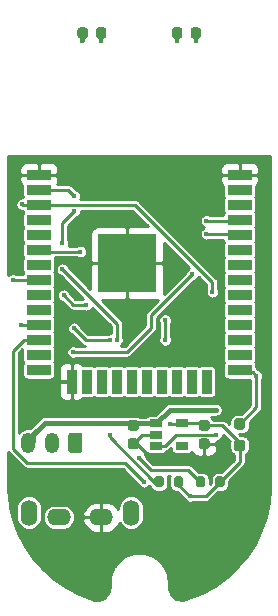
<source format=gbr>
G04 #@! TF.GenerationSoftware,KiCad,Pcbnew,(5.1.10)-1*
G04 #@! TF.CreationDate,2021-12-13T18:57:16+09:00*
G04 #@! TF.ProjectId,cat_toilet,6361745f-746f-4696-9c65-742e6b696361,rev?*
G04 #@! TF.SameCoordinates,Original*
G04 #@! TF.FileFunction,Copper,L1,Top*
G04 #@! TF.FilePolarity,Positive*
%FSLAX46Y46*%
G04 Gerber Fmt 4.6, Leading zero omitted, Abs format (unit mm)*
G04 Created by KiCad (PCBNEW (5.1.10)-1) date 2021-12-13 18:57:16*
%MOMM*%
%LPD*%
G01*
G04 APERTURE LIST*
G04 #@! TA.AperFunction,ComponentPad*
%ADD10O,1.200000X1.750000*%
G04 #@! TD*
G04 #@! TA.AperFunction,SMDPad,CuDef*
%ADD11R,1.060000X0.650000*%
G04 #@! TD*
G04 #@! TA.AperFunction,SMDPad,CuDef*
%ADD12R,2.000000X0.900000*%
G04 #@! TD*
G04 #@! TA.AperFunction,SMDPad,CuDef*
%ADD13R,0.900000X2.000000*%
G04 #@! TD*
G04 #@! TA.AperFunction,SMDPad,CuDef*
%ADD14R,5.000000X5.000000*%
G04 #@! TD*
G04 #@! TA.AperFunction,ComponentPad*
%ADD15O,2.000000X1.400000*%
G04 #@! TD*
G04 #@! TA.AperFunction,ComponentPad*
%ADD16O,1.400000X2.200000*%
G04 #@! TD*
G04 #@! TA.AperFunction,ViaPad*
%ADD17C,0.400000*%
G04 #@! TD*
G04 #@! TA.AperFunction,Conductor*
%ADD18C,0.250000*%
G04 #@! TD*
G04 #@! TA.AperFunction,Conductor*
%ADD19C,0.400000*%
G04 #@! TD*
G04 #@! TA.AperFunction,Conductor*
%ADD20C,0.100000*%
G04 #@! TD*
G04 APERTURE END LIST*
G04 #@! TA.AperFunction,SMDPad,CuDef*
G36*
G01*
X17925000Y-39775000D02*
X17925000Y-39225000D01*
G75*
G02*
X18125000Y-39025000I200000J0D01*
G01*
X18525000Y-39025000D01*
G75*
G02*
X18725000Y-39225000I0J-200000D01*
G01*
X18725000Y-39775000D01*
G75*
G02*
X18525000Y-39975000I-200000J0D01*
G01*
X18125000Y-39975000D01*
G75*
G02*
X17925000Y-39775000I0J200000D01*
G01*
G37*
G04 #@! TD.AperFunction*
G04 #@! TA.AperFunction,SMDPad,CuDef*
G36*
G01*
X16275000Y-39775000D02*
X16275000Y-39225000D01*
G75*
G02*
X16475000Y-39025000I200000J0D01*
G01*
X16875000Y-39025000D01*
G75*
G02*
X17075000Y-39225000I0J-200000D01*
G01*
X17075000Y-39775000D01*
G75*
G02*
X16875000Y-39975000I-200000J0D01*
G01*
X16475000Y-39975000D01*
G75*
G02*
X16275000Y-39775000I0J200000D01*
G01*
G37*
G04 #@! TD.AperFunction*
G04 #@! TA.AperFunction,SMDPad,CuDef*
G36*
G01*
X14425000Y-39775000D02*
X14425000Y-39225000D01*
G75*
G02*
X14625000Y-39025000I200000J0D01*
G01*
X15025000Y-39025000D01*
G75*
G02*
X15225000Y-39225000I0J-200000D01*
G01*
X15225000Y-39775000D01*
G75*
G02*
X15025000Y-39975000I-200000J0D01*
G01*
X14625000Y-39975000D01*
G75*
G02*
X14425000Y-39775000I0J200000D01*
G01*
G37*
G04 #@! TD.AperFunction*
G04 #@! TA.AperFunction,SMDPad,CuDef*
G36*
G01*
X12775000Y-39775000D02*
X12775000Y-39225000D01*
G75*
G02*
X12975000Y-39025000I200000J0D01*
G01*
X13375000Y-39025000D01*
G75*
G02*
X13575000Y-39225000I0J-200000D01*
G01*
X13575000Y-39775000D01*
G75*
G02*
X13375000Y-39975000I-200000J0D01*
G01*
X12975000Y-39975000D01*
G75*
G02*
X12775000Y-39775000I0J200000D01*
G01*
G37*
G04 #@! TD.AperFunction*
D10*
X2100000Y-36200000D03*
X4100000Y-36200000D03*
G04 #@! TA.AperFunction,ComponentPad*
G36*
G01*
X6700000Y-35574999D02*
X6700000Y-36825001D01*
G75*
G02*
X6450001Y-37075000I-249999J0D01*
G01*
X5749999Y-37075000D01*
G75*
G02*
X5500000Y-36825001I0J249999D01*
G01*
X5500000Y-35574999D01*
G75*
G02*
X5749999Y-35325000I249999J0D01*
G01*
X6450001Y-35325000D01*
G75*
G02*
X6700000Y-35574999I0J-249999D01*
G01*
G37*
G04 #@! TD.AperFunction*
G04 #@! TA.AperFunction,SMDPad,CuDef*
G36*
G01*
X7150000Y-1243750D02*
X7150000Y-1756250D01*
G75*
G02*
X6931250Y-1975000I-218750J0D01*
G01*
X6493750Y-1975000D01*
G75*
G02*
X6275000Y-1756250I0J218750D01*
G01*
X6275000Y-1243750D01*
G75*
G02*
X6493750Y-1025000I218750J0D01*
G01*
X6931250Y-1025000D01*
G75*
G02*
X7150000Y-1243750I0J-218750D01*
G01*
G37*
G04 #@! TD.AperFunction*
G04 #@! TA.AperFunction,SMDPad,CuDef*
G36*
G01*
X8725000Y-1243750D02*
X8725000Y-1756250D01*
G75*
G02*
X8506250Y-1975000I-218750J0D01*
G01*
X8068750Y-1975000D01*
G75*
G02*
X7850000Y-1756250I0J218750D01*
G01*
X7850000Y-1243750D01*
G75*
G02*
X8068750Y-1025000I218750J0D01*
G01*
X8506250Y-1025000D01*
G75*
G02*
X8725000Y-1243750I0J-218750D01*
G01*
G37*
G04 #@! TD.AperFunction*
D11*
X15100000Y-34550000D03*
X15100000Y-36450000D03*
X12900000Y-36450000D03*
X12900000Y-35500000D03*
X12900000Y-34550000D03*
D12*
X20000000Y-13495000D03*
X20000000Y-14765000D03*
X20000000Y-16035000D03*
X20000000Y-17305000D03*
X20000000Y-18575000D03*
X20000000Y-19845000D03*
X20000000Y-21115000D03*
X20000000Y-22385000D03*
X20000000Y-23655000D03*
X20000000Y-24925000D03*
X20000000Y-26195000D03*
X20000000Y-27465000D03*
X20000000Y-28735000D03*
X20000000Y-30005000D03*
D13*
X17215000Y-31005000D03*
X15945000Y-31005000D03*
X14675000Y-31005000D03*
X13405000Y-31005000D03*
X12135000Y-31005000D03*
X10865000Y-31005000D03*
X9595000Y-31005000D03*
X8325000Y-31005000D03*
X7055000Y-31005000D03*
X5785000Y-31005000D03*
D12*
X3000000Y-30005000D03*
X3000000Y-28735000D03*
X3000000Y-27465000D03*
X3000000Y-26195000D03*
X3000000Y-24925000D03*
X3000000Y-23655000D03*
X3000000Y-22385000D03*
X3000000Y-21115000D03*
X3000000Y-19845000D03*
X3000000Y-18575000D03*
X3000000Y-17305000D03*
X3000000Y-16035000D03*
X3000000Y-14765000D03*
X3000000Y-13495000D03*
D14*
X10500000Y-20995000D03*
D15*
X4700000Y-42500000D03*
X8300000Y-42500000D03*
D16*
X2175000Y-42100000D03*
X10825000Y-42100000D03*
G04 #@! TA.AperFunction,SMDPad,CuDef*
G36*
G01*
X19762500Y-35925000D02*
X20237500Y-35925000D01*
G75*
G02*
X20475000Y-36162500I0J-237500D01*
G01*
X20475000Y-36662500D01*
G75*
G02*
X20237500Y-36900000I-237500J0D01*
G01*
X19762500Y-36900000D01*
G75*
G02*
X19525000Y-36662500I0J237500D01*
G01*
X19525000Y-36162500D01*
G75*
G02*
X19762500Y-35925000I237500J0D01*
G01*
G37*
G04 #@! TD.AperFunction*
G04 #@! TA.AperFunction,SMDPad,CuDef*
G36*
G01*
X19762500Y-34100000D02*
X20237500Y-34100000D01*
G75*
G02*
X20475000Y-34337500I0J-237500D01*
G01*
X20475000Y-34837500D01*
G75*
G02*
X20237500Y-35075000I-237500J0D01*
G01*
X19762500Y-35075000D01*
G75*
G02*
X19525000Y-34837500I0J237500D01*
G01*
X19525000Y-34337500D01*
G75*
G02*
X19762500Y-34100000I237500J0D01*
G01*
G37*
G04 #@! TD.AperFunction*
G04 #@! TA.AperFunction,SMDPad,CuDef*
G36*
G01*
X15850000Y-1756250D02*
X15850000Y-1243750D01*
G75*
G02*
X16068750Y-1025000I218750J0D01*
G01*
X16506250Y-1025000D01*
G75*
G02*
X16725000Y-1243750I0J-218750D01*
G01*
X16725000Y-1756250D01*
G75*
G02*
X16506250Y-1975000I-218750J0D01*
G01*
X16068750Y-1975000D01*
G75*
G02*
X15850000Y-1756250I0J218750D01*
G01*
G37*
G04 #@! TD.AperFunction*
G04 #@! TA.AperFunction,SMDPad,CuDef*
G36*
G01*
X14275000Y-1756250D02*
X14275000Y-1243750D01*
G75*
G02*
X14493750Y-1025000I218750J0D01*
G01*
X14931250Y-1025000D01*
G75*
G02*
X15150000Y-1243750I0J-218750D01*
G01*
X15150000Y-1756250D01*
G75*
G02*
X14931250Y-1975000I-218750J0D01*
G01*
X14493750Y-1975000D01*
G75*
G02*
X14275000Y-1756250I0J218750D01*
G01*
G37*
G04 #@! TD.AperFunction*
G04 #@! TA.AperFunction,SMDPad,CuDef*
G36*
G01*
X16750000Y-35825000D02*
X17250000Y-35825000D01*
G75*
G02*
X17475000Y-36050000I0J-225000D01*
G01*
X17475000Y-36500000D01*
G75*
G02*
X17250000Y-36725000I-225000J0D01*
G01*
X16750000Y-36725000D01*
G75*
G02*
X16525000Y-36500000I0J225000D01*
G01*
X16525000Y-36050000D01*
G75*
G02*
X16750000Y-35825000I225000J0D01*
G01*
G37*
G04 #@! TD.AperFunction*
G04 #@! TA.AperFunction,SMDPad,CuDef*
G36*
G01*
X16750000Y-34275000D02*
X17250000Y-34275000D01*
G75*
G02*
X17475000Y-34500000I0J-225000D01*
G01*
X17475000Y-34950000D01*
G75*
G02*
X17250000Y-35175000I-225000J0D01*
G01*
X16750000Y-35175000D01*
G75*
G02*
X16525000Y-34950000I0J225000D01*
G01*
X16525000Y-34500000D01*
G75*
G02*
X16750000Y-34275000I225000J0D01*
G01*
G37*
G04 #@! TD.AperFunction*
G04 #@! TA.AperFunction,SMDPad,CuDef*
G36*
G01*
X10750000Y-35825000D02*
X11250000Y-35825000D01*
G75*
G02*
X11475000Y-36050000I0J-225000D01*
G01*
X11475000Y-36500000D01*
G75*
G02*
X11250000Y-36725000I-225000J0D01*
G01*
X10750000Y-36725000D01*
G75*
G02*
X10525000Y-36500000I0J225000D01*
G01*
X10525000Y-36050000D01*
G75*
G02*
X10750000Y-35825000I225000J0D01*
G01*
G37*
G04 #@! TD.AperFunction*
G04 #@! TA.AperFunction,SMDPad,CuDef*
G36*
G01*
X10750000Y-34275000D02*
X11250000Y-34275000D01*
G75*
G02*
X11475000Y-34500000I0J-225000D01*
G01*
X11475000Y-34950000D01*
G75*
G02*
X11250000Y-35175000I-225000J0D01*
G01*
X10750000Y-35175000D01*
G75*
G02*
X10525000Y-34950000I0J225000D01*
G01*
X10525000Y-34500000D01*
G75*
G02*
X10750000Y-34275000I225000J0D01*
G01*
G37*
G04 #@! TD.AperFunction*
D17*
X13800000Y-21000000D03*
X8600000Y-15200000D03*
X8600000Y-16700000D03*
X10800000Y-25600000D03*
X15200000Y-24400000D03*
X800000Y-21300000D03*
X5800000Y-25300000D03*
X16000000Y-17500000D03*
X17000000Y-38000000D03*
X18000000Y-33400000D03*
X5000000Y-19300000D03*
X5100000Y-23700000D03*
X6000000Y-15300000D03*
X6000000Y-16560000D03*
X15800000Y-40700000D03*
X13700000Y-25800000D03*
X13700000Y-27500000D03*
X14100000Y-34600000D03*
X7025000Y-24500000D03*
X8300000Y-2200000D03*
X14700000Y-2200000D03*
X1500000Y-26200000D03*
X17200000Y-18500000D03*
X17200000Y-17400000D03*
X6525000Y-20000000D03*
X1600000Y-16000000D03*
X17700000Y-23400000D03*
X21400000Y-30500000D03*
X800000Y-22400000D03*
X11900000Y-39500000D03*
X9000000Y-35500000D03*
X9000000Y-27500000D03*
X5975000Y-26500000D03*
X11508732Y-37491268D03*
X9600003Y-27500000D03*
X5000000Y-21500000D03*
X5900000Y-28500000D03*
X16000000Y-21900000D03*
X18000000Y-35500000D03*
X6700000Y-2200000D03*
X16300000Y-2200000D03*
D18*
X13795000Y-20995000D02*
X13800000Y-21000000D01*
X10500000Y-20995000D02*
X13795000Y-20995000D01*
X6895000Y-13495000D02*
X8600000Y-15200000D01*
X3000000Y-13495000D02*
X6895000Y-13495000D01*
X8600000Y-16700000D02*
X9800000Y-16700000D01*
X10500000Y-17400000D02*
X10500000Y-20995000D01*
X9800000Y-16700000D02*
X10500000Y-17400000D01*
X11775000Y-35500000D02*
X11000000Y-36275000D01*
X12900000Y-35500000D02*
X11775000Y-35500000D01*
X17000000Y-38000000D02*
X17000000Y-36275000D01*
X13009998Y-38000000D02*
X17000000Y-38000000D01*
X11284998Y-36275000D02*
X13009998Y-38000000D01*
X11000000Y-36275000D02*
X11284998Y-36275000D01*
D19*
X11175000Y-34550000D02*
X11000000Y-34725000D01*
X12900000Y-34550000D02*
X11175000Y-34550000D01*
X2500000Y-36000000D02*
X2500000Y-35500000D01*
X2500000Y-35500000D02*
X3500000Y-34500000D01*
X10775000Y-34500000D02*
X11000000Y-34725000D01*
X3500000Y-34500000D02*
X10775000Y-34500000D01*
X12900000Y-34550000D02*
X12950000Y-34550000D01*
X12950000Y-34550000D02*
X14100000Y-33400000D01*
X14100000Y-33400000D02*
X18000000Y-33400000D01*
X2100000Y-35900000D02*
X3500000Y-34500000D01*
X2100000Y-36200000D02*
X2100000Y-35900000D01*
D18*
X5000000Y-17600000D02*
X5000000Y-19300000D01*
X5465000Y-14765000D02*
X6000000Y-15300000D01*
X3000000Y-14765000D02*
X5465000Y-14765000D01*
X6000000Y-16600000D02*
X5000000Y-17600000D01*
X6000000Y-16560000D02*
X6000000Y-16600000D01*
X16825000Y-34550000D02*
X17000000Y-34725000D01*
X15100000Y-34550000D02*
X16825000Y-34550000D01*
X17000000Y-34725000D02*
X18525000Y-34725000D01*
X20000000Y-36200000D02*
X20000000Y-36412500D01*
X18525000Y-34725000D02*
X20000000Y-36200000D01*
X13700000Y-25800000D02*
X13700000Y-27500000D01*
X15050000Y-34600000D02*
X15100000Y-34550000D01*
X14100000Y-34600000D02*
X15050000Y-34600000D01*
X14825000Y-39725000D02*
X15800000Y-40700000D01*
X14825000Y-39500000D02*
X14825000Y-39725000D01*
X20000000Y-37825000D02*
X18325000Y-39500000D01*
X20000000Y-36412500D02*
X20000000Y-37825000D01*
X17125000Y-40700000D02*
X15800000Y-40700000D01*
X18325000Y-39500000D02*
X17125000Y-40700000D01*
X5100000Y-23700000D02*
X5900000Y-24500000D01*
X5900000Y-24500000D02*
X7025000Y-24500000D01*
X8287500Y-2187500D02*
X8300000Y-2200000D01*
X8287500Y-1500000D02*
X8287500Y-2187500D01*
X14712500Y-2187500D02*
X14700000Y-2200000D01*
X14712500Y-1500000D02*
X14712500Y-2187500D01*
X2995000Y-26200000D02*
X3000000Y-26195000D01*
X1500000Y-26200000D02*
X2995000Y-26200000D01*
X19925000Y-18500000D02*
X20000000Y-18575000D01*
X17200000Y-18500000D02*
X19925000Y-18500000D01*
X19905000Y-17400000D02*
X20000000Y-17305000D01*
X17200000Y-17400000D02*
X19905000Y-17400000D01*
X3155000Y-20000000D02*
X3000000Y-19845000D01*
X6525000Y-20000000D02*
X3155000Y-20000000D01*
X1635000Y-16035000D02*
X1600000Y-16000000D01*
X3000000Y-16035000D02*
X1635000Y-16035000D01*
X17700000Y-22609998D02*
X17700000Y-23400000D01*
X11125002Y-16035000D02*
X17700000Y-22609998D01*
X3000000Y-16035000D02*
X11125002Y-16035000D01*
X21400000Y-30500000D02*
X21100000Y-30200000D01*
X20195000Y-30200000D02*
X20000000Y-30005000D01*
X21100000Y-30200000D02*
X20195000Y-30200000D01*
X21400000Y-33187500D02*
X20000000Y-34587500D01*
X21400000Y-30500000D02*
X21400000Y-33187500D01*
X2985000Y-22400000D02*
X3000000Y-22385000D01*
X800000Y-22400000D02*
X2985000Y-22400000D01*
X3000000Y-27465000D02*
X1735000Y-27465000D01*
X1735000Y-27465000D02*
X800000Y-28400000D01*
X800000Y-28400000D02*
X800000Y-36700000D01*
X800000Y-36700000D02*
X2000000Y-37900000D01*
X10300000Y-37900000D02*
X11900000Y-39500000D01*
X2000000Y-37900000D02*
X10300000Y-37900000D01*
X9000000Y-35725000D02*
X9000000Y-35500000D01*
X12775000Y-39500000D02*
X9000000Y-35725000D01*
X13175000Y-39500000D02*
X12775000Y-39500000D01*
X6975000Y-27500000D02*
X5975000Y-26500000D01*
X9000000Y-27500000D02*
X6975000Y-27500000D01*
X16675000Y-39500000D02*
X15675000Y-38500000D01*
X15675000Y-38500000D02*
X12500000Y-38500000D01*
X11508732Y-37508732D02*
X11508732Y-37491268D01*
X12500000Y-38500000D02*
X11508732Y-37508732D01*
X9600003Y-26100003D02*
X9600003Y-27500000D01*
X5000000Y-21500000D02*
X9600003Y-26100003D01*
X13800000Y-24100000D02*
X16000000Y-21900000D01*
X5900000Y-28500000D02*
X8000000Y-28500000D01*
X8025001Y-28474999D02*
X10474999Y-28474999D01*
X8000000Y-28500000D02*
X8025001Y-28474999D01*
X10474999Y-28474999D02*
X12500000Y-26449998D01*
X12500000Y-25400000D02*
X13800000Y-24100000D01*
X12500000Y-26449998D02*
X12500000Y-25400000D01*
X12900000Y-36450000D02*
X13650000Y-36450000D01*
X14600000Y-35500000D02*
X18000000Y-35500000D01*
X13650000Y-36450000D02*
X14600000Y-35500000D01*
X6712500Y-2187500D02*
X6700000Y-2200000D01*
X6712500Y-1500000D02*
X6712500Y-2187500D01*
X16300000Y-1512500D02*
X16287500Y-1500000D01*
X16300000Y-2200000D02*
X16300000Y-1512500D01*
X22596001Y-39982524D02*
X22488267Y-41225217D01*
X22231383Y-42438462D01*
X21828561Y-43611344D01*
X21285800Y-44726398D01*
X20611198Y-45766989D01*
X19814801Y-46717618D01*
X18908495Y-47564098D01*
X17905774Y-48293825D01*
X16821606Y-48895907D01*
X15662617Y-49365231D01*
X15482793Y-49423490D01*
X15251743Y-49479270D01*
X15038399Y-49488108D01*
X14827407Y-49455341D01*
X14626799Y-49382216D01*
X14444207Y-49271514D01*
X14286604Y-49127463D01*
X14159972Y-48955532D01*
X14069153Y-48762290D01*
X14016383Y-48550207D01*
X14004000Y-48381018D01*
X14004000Y-47980160D01*
X14003861Y-47978750D01*
X14003785Y-47967854D01*
X14001867Y-47949606D01*
X14001867Y-47931256D01*
X14001277Y-47925646D01*
X13955592Y-47518352D01*
X13947984Y-47482557D01*
X13940867Y-47446616D01*
X13939199Y-47441227D01*
X13815273Y-47050564D01*
X13800855Y-47016924D01*
X13786896Y-46983056D01*
X13784212Y-46978094D01*
X13784212Y-46978093D01*
X13784209Y-46978089D01*
X13586766Y-46618941D01*
X13566091Y-46588746D01*
X13545816Y-46558229D01*
X13542224Y-46553888D01*
X13542220Y-46553882D01*
X13542215Y-46553877D01*
X13278775Y-46239921D01*
X13252625Y-46214312D01*
X13226813Y-46188320D01*
X13222447Y-46184760D01*
X13222441Y-46184754D01*
X13222434Y-46184750D01*
X12903031Y-45927942D01*
X12872376Y-45907882D01*
X12842035Y-45887417D01*
X12837062Y-45884773D01*
X12837054Y-45884768D01*
X12837046Y-45884765D01*
X12473846Y-45694888D01*
X12439936Y-45681187D01*
X12406140Y-45666981D01*
X12400740Y-45665351D01*
X12007567Y-45549634D01*
X11971600Y-45542773D01*
X11935731Y-45535410D01*
X11930126Y-45534861D01*
X11930116Y-45534859D01*
X11930107Y-45534859D01*
X11521955Y-45497714D01*
X11485377Y-45497969D01*
X11448723Y-45497713D01*
X11443109Y-45498264D01*
X11035506Y-45541105D01*
X10999661Y-45548463D01*
X10963671Y-45555329D01*
X10958270Y-45556959D01*
X10566751Y-45678154D01*
X10533028Y-45692330D01*
X10499045Y-45706060D01*
X10494064Y-45708709D01*
X10133542Y-45903643D01*
X10103200Y-45924109D01*
X10072548Y-45944167D01*
X10068176Y-45947733D01*
X9752382Y-46208980D01*
X9726588Y-46234954D01*
X9700418Y-46260582D01*
X9696828Y-46264923D01*
X9696823Y-46264928D01*
X9696819Y-46264933D01*
X9437787Y-46582538D01*
X9417524Y-46613037D01*
X9396837Y-46643249D01*
X9394154Y-46648211D01*
X9201742Y-47010085D01*
X9187805Y-47043900D01*
X9173363Y-47077595D01*
X9171696Y-47082984D01*
X9053237Y-47475339D01*
X9046131Y-47511229D01*
X9038511Y-47547074D01*
X9037922Y-47552685D01*
X8997928Y-47960577D01*
X8997928Y-47960585D01*
X8996000Y-47980161D01*
X8996000Y-48375297D01*
X8973156Y-48608273D01*
X8911445Y-48812670D01*
X8811208Y-49001188D01*
X8676267Y-49166643D01*
X8511754Y-49302740D01*
X8323941Y-49404290D01*
X8119980Y-49467427D01*
X7907635Y-49489746D01*
X7689850Y-49469926D01*
X7533852Y-49428294D01*
X6371273Y-48985623D01*
X5274727Y-48406375D01*
X4256957Y-47697816D01*
X3333116Y-46870496D01*
X2516991Y-45936760D01*
X1820744Y-44910526D01*
X1254746Y-43807076D01*
X827449Y-42642886D01*
X594694Y-41647000D01*
X1096000Y-41647000D01*
X1096000Y-42552999D01*
X1111613Y-42711520D01*
X1173311Y-42914912D01*
X1273504Y-43102360D01*
X1408341Y-43266659D01*
X1572640Y-43401496D01*
X1760087Y-43501689D01*
X1963479Y-43563387D01*
X2175000Y-43584220D01*
X2386520Y-43563387D01*
X2589912Y-43501689D01*
X2777360Y-43401496D01*
X2941659Y-43266659D01*
X3076496Y-43102360D01*
X3176689Y-42914913D01*
X3238387Y-42711521D01*
X3254000Y-42553000D01*
X3254000Y-42500000D01*
X3315780Y-42500000D01*
X3336613Y-42711521D01*
X3398311Y-42914913D01*
X3498504Y-43102360D01*
X3633341Y-43266659D01*
X3797640Y-43401496D01*
X3985087Y-43501689D01*
X4188479Y-43563387D01*
X4347000Y-43579000D01*
X5053000Y-43579000D01*
X5211521Y-43563387D01*
X5414913Y-43501689D01*
X5602360Y-43401496D01*
X5766659Y-43266659D01*
X5901496Y-43102360D01*
X6001689Y-42914913D01*
X6063387Y-42711521D01*
X6063487Y-42710502D01*
X6683726Y-42710502D01*
X6692222Y-42758093D01*
X6767702Y-43008269D01*
X6890539Y-43238912D01*
X7056012Y-43441159D01*
X7257762Y-43607238D01*
X7488035Y-43730766D01*
X7737983Y-43806997D01*
X7998000Y-43833000D01*
X8298000Y-43833000D01*
X8298000Y-42502000D01*
X6825252Y-42502000D01*
X6683726Y-42710502D01*
X6063487Y-42710502D01*
X6084220Y-42500000D01*
X6063488Y-42289498D01*
X6683726Y-42289498D01*
X6825252Y-42498000D01*
X8298000Y-42498000D01*
X8298000Y-41167000D01*
X8302000Y-41167000D01*
X8302000Y-42498000D01*
X8322000Y-42498000D01*
X8322000Y-42502000D01*
X8302000Y-42502000D01*
X8302000Y-43833000D01*
X8602000Y-43833000D01*
X8862017Y-43806997D01*
X9111965Y-43730766D01*
X9342238Y-43607238D01*
X9543988Y-43441159D01*
X9709461Y-43238912D01*
X9832298Y-43008269D01*
X9847060Y-42959342D01*
X9923504Y-43102360D01*
X10058341Y-43266659D01*
X10222640Y-43401496D01*
X10410087Y-43501689D01*
X10613479Y-43563387D01*
X10825000Y-43584220D01*
X11036520Y-43563387D01*
X11239912Y-43501689D01*
X11427360Y-43401496D01*
X11591659Y-43266659D01*
X11726496Y-43102360D01*
X11826689Y-42914913D01*
X11888387Y-42711521D01*
X11904000Y-42553000D01*
X11904000Y-41647001D01*
X11888387Y-41488480D01*
X11826689Y-41285087D01*
X11726496Y-41097640D01*
X11591659Y-40933341D01*
X11427360Y-40798504D01*
X11239913Y-40698311D01*
X11036521Y-40636613D01*
X10825000Y-40615780D01*
X10613480Y-40636613D01*
X10410088Y-40698311D01*
X10222641Y-40798504D01*
X10058342Y-40933341D01*
X9923505Y-41097640D01*
X9823312Y-41285087D01*
X9761613Y-41488479D01*
X9746000Y-41647000D01*
X9746000Y-41829695D01*
X9709461Y-41761088D01*
X9543988Y-41558841D01*
X9342238Y-41392762D01*
X9111965Y-41269234D01*
X8862017Y-41193003D01*
X8602000Y-41167000D01*
X8302000Y-41167000D01*
X8298000Y-41167000D01*
X7998000Y-41167000D01*
X7737983Y-41193003D01*
X7488035Y-41269234D01*
X7257762Y-41392762D01*
X7056012Y-41558841D01*
X6890539Y-41761088D01*
X6767702Y-41991731D01*
X6692222Y-42241907D01*
X6683726Y-42289498D01*
X6063488Y-42289498D01*
X6063387Y-42288479D01*
X6001689Y-42085087D01*
X5901496Y-41897640D01*
X5766659Y-41733341D01*
X5602360Y-41598504D01*
X5414913Y-41498311D01*
X5211521Y-41436613D01*
X5053000Y-41421000D01*
X4347000Y-41421000D01*
X4188479Y-41436613D01*
X3985087Y-41498311D01*
X3797640Y-41598504D01*
X3633341Y-41733341D01*
X3498504Y-41897640D01*
X3398311Y-42085087D01*
X3336613Y-42288479D01*
X3315780Y-42500000D01*
X3254000Y-42500000D01*
X3254000Y-41647001D01*
X3238387Y-41488480D01*
X3176689Y-41285087D01*
X3076496Y-41097640D01*
X2941659Y-40933341D01*
X2777360Y-40798504D01*
X2589913Y-40698311D01*
X2386521Y-40636613D01*
X2175000Y-40615780D01*
X1963480Y-40636613D01*
X1760088Y-40698311D01*
X1572641Y-40798504D01*
X1408342Y-40933341D01*
X1273505Y-41097640D01*
X1173312Y-41285087D01*
X1111613Y-41488479D01*
X1096000Y-41647000D01*
X594694Y-41647000D01*
X545214Y-41435294D01*
X411154Y-40192120D01*
X404000Y-39992759D01*
X404000Y-37011931D01*
X441895Y-37058106D01*
X461123Y-37073886D01*
X1626114Y-38238878D01*
X1641894Y-38258106D01*
X1718638Y-38321088D01*
X1806195Y-38367888D01*
X1901199Y-38396707D01*
X1975246Y-38404000D01*
X1975248Y-38404000D01*
X1999999Y-38406438D01*
X2024750Y-38404000D01*
X10091237Y-38404000D01*
X11340053Y-39652816D01*
X11343250Y-39668888D01*
X11386896Y-39774260D01*
X11450261Y-39869091D01*
X11530909Y-39949739D01*
X11625740Y-40013104D01*
X11731112Y-40056750D01*
X11842973Y-40079000D01*
X11957027Y-40079000D01*
X12068888Y-40056750D01*
X12174260Y-40013104D01*
X12269091Y-39949739D01*
X12349739Y-39869091D01*
X12382419Y-39820183D01*
X12400387Y-39838151D01*
X12405328Y-39888315D01*
X12438380Y-39997275D01*
X12492055Y-40097694D01*
X12564289Y-40185711D01*
X12652306Y-40257945D01*
X12752725Y-40311620D01*
X12861685Y-40344672D01*
X12975000Y-40355833D01*
X13375000Y-40355833D01*
X13488315Y-40344672D01*
X13597275Y-40311620D01*
X13697694Y-40257945D01*
X13785711Y-40185711D01*
X13857945Y-40097694D01*
X13911620Y-39997275D01*
X13944672Y-39888315D01*
X13955833Y-39775000D01*
X13955833Y-39225000D01*
X13944672Y-39111685D01*
X13912007Y-39004000D01*
X14087993Y-39004000D01*
X14055328Y-39111685D01*
X14044167Y-39225000D01*
X14044167Y-39775000D01*
X14055328Y-39888315D01*
X14088380Y-39997275D01*
X14142055Y-40097694D01*
X14214289Y-40185711D01*
X14302306Y-40257945D01*
X14402725Y-40311620D01*
X14511685Y-40344672D01*
X14625000Y-40355833D01*
X14743070Y-40355833D01*
X15240053Y-40852817D01*
X15243250Y-40868888D01*
X15286896Y-40974260D01*
X15350261Y-41069091D01*
X15430909Y-41149739D01*
X15525740Y-41213104D01*
X15631112Y-41256750D01*
X15742973Y-41279000D01*
X15857027Y-41279000D01*
X15968888Y-41256750D01*
X16074260Y-41213104D01*
X16087885Y-41204000D01*
X17100246Y-41204000D01*
X17125000Y-41206438D01*
X17223801Y-41196707D01*
X17318805Y-41167888D01*
X17406362Y-41121088D01*
X17483106Y-41058106D01*
X17498890Y-41038873D01*
X18181931Y-40355833D01*
X18525000Y-40355833D01*
X18638315Y-40344672D01*
X18747275Y-40311620D01*
X18847694Y-40257945D01*
X18935711Y-40185711D01*
X19007945Y-40097694D01*
X19061620Y-39997275D01*
X19094672Y-39888315D01*
X19105833Y-39775000D01*
X19105833Y-39431930D01*
X20338873Y-38198890D01*
X20358106Y-38183106D01*
X20421088Y-38106362D01*
X20467888Y-38018805D01*
X20496707Y-37923801D01*
X20504000Y-37849754D01*
X20506438Y-37825000D01*
X20504000Y-37800246D01*
X20504000Y-37217797D01*
X20581027Y-37176625D01*
X20674727Y-37099727D01*
X20751625Y-37006027D01*
X20808765Y-36899126D01*
X20843952Y-36783131D01*
X20855833Y-36662500D01*
X20855833Y-36162500D01*
X20843952Y-36041869D01*
X20808765Y-35925874D01*
X20751625Y-35818973D01*
X20674727Y-35725273D01*
X20581027Y-35648375D01*
X20474126Y-35591235D01*
X20358131Y-35556048D01*
X20237500Y-35544167D01*
X20056931Y-35544167D01*
X19968597Y-35455833D01*
X20237500Y-35455833D01*
X20358131Y-35443952D01*
X20474126Y-35408765D01*
X20581027Y-35351625D01*
X20674727Y-35274727D01*
X20751625Y-35181027D01*
X20808765Y-35074126D01*
X20843952Y-34958131D01*
X20855833Y-34837500D01*
X20855833Y-34444430D01*
X21738878Y-33561386D01*
X21758106Y-33545606D01*
X21821088Y-33468862D01*
X21867888Y-33381305D01*
X21896707Y-33286301D01*
X21904000Y-33212254D01*
X21906438Y-33187500D01*
X21904000Y-33162746D01*
X21904000Y-30787885D01*
X21913104Y-30774260D01*
X21956750Y-30668888D01*
X21979000Y-30557027D01*
X21979000Y-30442973D01*
X21956750Y-30331112D01*
X21913104Y-30225740D01*
X21849739Y-30130909D01*
X21769091Y-30050261D01*
X21674260Y-29986896D01*
X21568888Y-29943250D01*
X21552816Y-29940053D01*
X21473890Y-29861127D01*
X21458106Y-29841894D01*
X21381362Y-29778912D01*
X21380833Y-29778629D01*
X21380833Y-29555000D01*
X21373515Y-29480703D01*
X21351844Y-29409262D01*
X21330858Y-29370000D01*
X21351844Y-29330738D01*
X21373515Y-29259297D01*
X21380833Y-29185000D01*
X21380833Y-28285000D01*
X21373515Y-28210703D01*
X21351844Y-28139262D01*
X21330858Y-28100000D01*
X21351844Y-28060738D01*
X21373515Y-27989297D01*
X21380833Y-27915000D01*
X21380833Y-27015000D01*
X21373515Y-26940703D01*
X21351844Y-26869262D01*
X21330858Y-26830000D01*
X21351844Y-26790738D01*
X21373515Y-26719297D01*
X21380833Y-26645000D01*
X21380833Y-25745000D01*
X21373515Y-25670703D01*
X21351844Y-25599262D01*
X21330858Y-25560000D01*
X21351844Y-25520738D01*
X21373515Y-25449297D01*
X21380833Y-25375000D01*
X21380833Y-24475000D01*
X21373515Y-24400703D01*
X21351844Y-24329262D01*
X21330858Y-24290000D01*
X21351844Y-24250738D01*
X21373515Y-24179297D01*
X21380833Y-24105000D01*
X21380833Y-23205000D01*
X21373515Y-23130703D01*
X21351844Y-23059262D01*
X21330858Y-23020000D01*
X21351844Y-22980738D01*
X21373515Y-22909297D01*
X21380833Y-22835000D01*
X21380833Y-21935000D01*
X21373515Y-21860703D01*
X21351844Y-21789262D01*
X21330858Y-21750000D01*
X21351844Y-21710738D01*
X21373515Y-21639297D01*
X21380833Y-21565000D01*
X21380833Y-20665000D01*
X21373515Y-20590703D01*
X21351844Y-20519262D01*
X21330858Y-20480000D01*
X21351844Y-20440738D01*
X21373515Y-20369297D01*
X21380833Y-20295000D01*
X21380833Y-19395000D01*
X21373515Y-19320703D01*
X21351844Y-19249262D01*
X21330858Y-19210000D01*
X21351844Y-19170738D01*
X21373515Y-19099297D01*
X21380833Y-19025000D01*
X21380833Y-18125000D01*
X21373515Y-18050703D01*
X21351844Y-17979262D01*
X21330858Y-17940000D01*
X21351844Y-17900738D01*
X21373515Y-17829297D01*
X21380833Y-17755000D01*
X21380833Y-16855000D01*
X21373515Y-16780703D01*
X21351844Y-16709262D01*
X21330858Y-16670000D01*
X21351844Y-16630738D01*
X21373515Y-16559297D01*
X21380833Y-16485000D01*
X21380833Y-15585000D01*
X21373515Y-15510703D01*
X21351844Y-15439262D01*
X21330858Y-15400000D01*
X21351844Y-15360738D01*
X21373515Y-15289297D01*
X21380833Y-15215000D01*
X21380833Y-14451335D01*
X21449764Y-14394764D01*
X21528867Y-14298378D01*
X21587646Y-14188411D01*
X21623841Y-14069090D01*
X21636063Y-13945000D01*
X21633000Y-13655250D01*
X21474750Y-13497000D01*
X20002000Y-13497000D01*
X20002000Y-13517000D01*
X19998000Y-13517000D01*
X19998000Y-13497000D01*
X18525250Y-13497000D01*
X18367000Y-13655250D01*
X18363937Y-13945000D01*
X18376159Y-14069090D01*
X18412354Y-14188411D01*
X18471133Y-14298378D01*
X18550236Y-14394764D01*
X18619167Y-14451335D01*
X18619167Y-15215000D01*
X18626485Y-15289297D01*
X18648156Y-15360738D01*
X18669142Y-15400000D01*
X18648156Y-15439262D01*
X18626485Y-15510703D01*
X18619167Y-15585000D01*
X18619167Y-16485000D01*
X18626485Y-16559297D01*
X18648156Y-16630738D01*
X18669142Y-16670000D01*
X18648156Y-16709262D01*
X18626485Y-16780703D01*
X18619167Y-16855000D01*
X18619167Y-16896000D01*
X17487885Y-16896000D01*
X17474260Y-16886896D01*
X17368888Y-16843250D01*
X17257027Y-16821000D01*
X17142973Y-16821000D01*
X17031112Y-16843250D01*
X16925740Y-16886896D01*
X16830909Y-16950261D01*
X16750261Y-17030909D01*
X16686896Y-17125740D01*
X16643250Y-17231112D01*
X16621000Y-17342973D01*
X16621000Y-17457027D01*
X16643250Y-17568888D01*
X16686896Y-17674260D01*
X16750261Y-17769091D01*
X16830909Y-17849739D01*
X16925740Y-17913104D01*
X17014816Y-17950000D01*
X16925740Y-17986896D01*
X16830909Y-18050261D01*
X16750261Y-18130909D01*
X16686896Y-18225740D01*
X16643250Y-18331112D01*
X16621000Y-18442973D01*
X16621000Y-18557027D01*
X16643250Y-18668888D01*
X16686896Y-18774260D01*
X16750261Y-18869091D01*
X16830909Y-18949739D01*
X16925740Y-19013104D01*
X17031112Y-19056750D01*
X17142973Y-19079000D01*
X17257027Y-19079000D01*
X17368888Y-19056750D01*
X17474260Y-19013104D01*
X17487885Y-19004000D01*
X18619167Y-19004000D01*
X18619167Y-19025000D01*
X18626485Y-19099297D01*
X18648156Y-19170738D01*
X18669142Y-19210000D01*
X18648156Y-19249262D01*
X18626485Y-19320703D01*
X18619167Y-19395000D01*
X18619167Y-20295000D01*
X18626485Y-20369297D01*
X18648156Y-20440738D01*
X18669142Y-20480000D01*
X18648156Y-20519262D01*
X18626485Y-20590703D01*
X18619167Y-20665000D01*
X18619167Y-21565000D01*
X18626485Y-21639297D01*
X18648156Y-21710738D01*
X18669142Y-21750000D01*
X18648156Y-21789262D01*
X18626485Y-21860703D01*
X18619167Y-21935000D01*
X18619167Y-22835000D01*
X18626485Y-22909297D01*
X18648156Y-22980738D01*
X18669142Y-23020000D01*
X18648156Y-23059262D01*
X18626485Y-23130703D01*
X18619167Y-23205000D01*
X18619167Y-24105000D01*
X18626485Y-24179297D01*
X18648156Y-24250738D01*
X18669142Y-24290000D01*
X18648156Y-24329262D01*
X18626485Y-24400703D01*
X18619167Y-24475000D01*
X18619167Y-25375000D01*
X18626485Y-25449297D01*
X18648156Y-25520738D01*
X18669142Y-25560000D01*
X18648156Y-25599262D01*
X18626485Y-25670703D01*
X18619167Y-25745000D01*
X18619167Y-26645000D01*
X18626485Y-26719297D01*
X18648156Y-26790738D01*
X18669142Y-26830000D01*
X18648156Y-26869262D01*
X18626485Y-26940703D01*
X18619167Y-27015000D01*
X18619167Y-27915000D01*
X18626485Y-27989297D01*
X18648156Y-28060738D01*
X18669142Y-28100000D01*
X18648156Y-28139262D01*
X18626485Y-28210703D01*
X18619167Y-28285000D01*
X18619167Y-29185000D01*
X18626485Y-29259297D01*
X18648156Y-29330738D01*
X18669142Y-29370000D01*
X18648156Y-29409262D01*
X18626485Y-29480703D01*
X18619167Y-29555000D01*
X18619167Y-30455000D01*
X18626485Y-30529297D01*
X18648156Y-30600738D01*
X18683349Y-30666579D01*
X18730710Y-30724290D01*
X18788421Y-30771651D01*
X18854262Y-30806844D01*
X18925703Y-30828515D01*
X19000000Y-30835833D01*
X20896000Y-30835833D01*
X20896001Y-32978735D01*
X20155570Y-33719167D01*
X19762500Y-33719167D01*
X19641869Y-33731048D01*
X19525874Y-33766235D01*
X19418973Y-33823375D01*
X19325273Y-33900273D01*
X19248375Y-33993973D01*
X19191235Y-34100874D01*
X19156048Y-34216869D01*
X19144167Y-34337500D01*
X19144167Y-34631404D01*
X18898890Y-34386127D01*
X18883106Y-34366894D01*
X18806362Y-34303912D01*
X18718805Y-34257112D01*
X18623801Y-34228293D01*
X18549754Y-34221000D01*
X18525000Y-34218562D01*
X18500246Y-34221000D01*
X17784511Y-34221000D01*
X17753732Y-34163417D01*
X17678389Y-34071611D01*
X17586583Y-33996268D01*
X17554277Y-33979000D01*
X18057027Y-33979000D01*
X18085066Y-33973423D01*
X18113504Y-33970622D01*
X18140847Y-33962328D01*
X18168888Y-33956750D01*
X18195305Y-33945808D01*
X18222646Y-33937514D01*
X18247841Y-33924047D01*
X18274260Y-33913104D01*
X18298037Y-33897217D01*
X18323231Y-33883750D01*
X18345316Y-33865625D01*
X18369091Y-33849739D01*
X18389311Y-33829519D01*
X18411395Y-33811395D01*
X18429519Y-33789311D01*
X18449739Y-33769091D01*
X18465625Y-33745316D01*
X18483750Y-33723231D01*
X18497217Y-33698037D01*
X18513104Y-33674260D01*
X18524047Y-33647841D01*
X18537514Y-33622646D01*
X18545808Y-33595305D01*
X18556750Y-33568888D01*
X18562328Y-33540847D01*
X18570622Y-33513504D01*
X18573423Y-33485066D01*
X18579000Y-33457027D01*
X18579000Y-33428439D01*
X18581801Y-33400000D01*
X18579000Y-33371561D01*
X18579000Y-33342973D01*
X18573423Y-33314934D01*
X18570622Y-33286496D01*
X18562328Y-33259153D01*
X18556750Y-33231112D01*
X18545808Y-33204695D01*
X18537514Y-33177354D01*
X18524047Y-33152159D01*
X18513104Y-33125740D01*
X18497217Y-33101963D01*
X18483750Y-33076769D01*
X18465625Y-33054684D01*
X18449739Y-33030909D01*
X18429519Y-33010689D01*
X18411395Y-32988605D01*
X18389311Y-32970481D01*
X18369091Y-32950261D01*
X18345316Y-32934375D01*
X18323231Y-32916250D01*
X18298037Y-32902783D01*
X18274260Y-32886896D01*
X18247841Y-32875953D01*
X18222646Y-32862486D01*
X18195305Y-32854192D01*
X18168888Y-32843250D01*
X18140847Y-32837672D01*
X18113504Y-32829378D01*
X18085066Y-32826577D01*
X18057027Y-32821000D01*
X14128432Y-32821000D01*
X14100000Y-32818200D01*
X14071568Y-32821000D01*
X14071561Y-32821000D01*
X13986496Y-32829378D01*
X13877354Y-32862486D01*
X13776769Y-32916250D01*
X13710694Y-32970476D01*
X13710689Y-32970481D01*
X13688605Y-32988605D01*
X13670481Y-33010689D01*
X12837004Y-33844167D01*
X12370000Y-33844167D01*
X12295703Y-33851485D01*
X12224262Y-33873156D01*
X12158421Y-33908349D01*
X12100710Y-33955710D01*
X12088162Y-33971000D01*
X11539310Y-33971000D01*
X11481842Y-33940283D01*
X11368192Y-33905808D01*
X11250000Y-33894167D01*
X10750000Y-33894167D01*
X10631808Y-33905808D01*
X10581726Y-33921000D01*
X3528432Y-33921000D01*
X3500000Y-33918200D01*
X3471568Y-33921000D01*
X3471561Y-33921000D01*
X3386496Y-33929378D01*
X3296263Y-33956750D01*
X3277354Y-33962486D01*
X3176768Y-34016250D01*
X3110694Y-34070476D01*
X3110689Y-34070481D01*
X3088605Y-34088605D01*
X3070481Y-34110689D01*
X2227363Y-34953808D01*
X2100000Y-34941264D01*
X1908084Y-34960166D01*
X1723542Y-35016146D01*
X1553467Y-35107053D01*
X1404395Y-35229394D01*
X1304000Y-35351725D01*
X1304000Y-32005000D01*
X4698937Y-32005000D01*
X4711159Y-32129090D01*
X4747354Y-32248411D01*
X4806133Y-32358378D01*
X4885236Y-32454764D01*
X4981622Y-32533867D01*
X5091589Y-32592646D01*
X5210910Y-32628841D01*
X5335000Y-32641063D01*
X5624750Y-32638000D01*
X5783000Y-32479750D01*
X5783000Y-31007000D01*
X4860250Y-31007000D01*
X4702000Y-31165250D01*
X4698937Y-32005000D01*
X1304000Y-32005000D01*
X1304000Y-28608763D01*
X1619167Y-28293596D01*
X1619167Y-29185000D01*
X1626485Y-29259297D01*
X1648156Y-29330738D01*
X1669142Y-29370000D01*
X1648156Y-29409262D01*
X1626485Y-29480703D01*
X1619167Y-29555000D01*
X1619167Y-30455000D01*
X1626485Y-30529297D01*
X1648156Y-30600738D01*
X1683349Y-30666579D01*
X1730710Y-30724290D01*
X1788421Y-30771651D01*
X1854262Y-30806844D01*
X1925703Y-30828515D01*
X2000000Y-30835833D01*
X4000000Y-30835833D01*
X4074297Y-30828515D01*
X4145738Y-30806844D01*
X4211579Y-30771651D01*
X4269290Y-30724290D01*
X4316651Y-30666579D01*
X4351844Y-30600738D01*
X4373515Y-30529297D01*
X4380833Y-30455000D01*
X4380833Y-30005000D01*
X4698937Y-30005000D01*
X4702000Y-30844750D01*
X4860250Y-31003000D01*
X5783000Y-31003000D01*
X5783000Y-29530250D01*
X5787000Y-29530250D01*
X5787000Y-31003000D01*
X5807000Y-31003000D01*
X5807000Y-31007000D01*
X5787000Y-31007000D01*
X5787000Y-32479750D01*
X5945250Y-32638000D01*
X6235000Y-32641063D01*
X6359090Y-32628841D01*
X6478411Y-32592646D01*
X6588378Y-32533867D01*
X6684764Y-32454764D01*
X6741335Y-32385833D01*
X7505000Y-32385833D01*
X7579297Y-32378515D01*
X7650738Y-32356844D01*
X7690000Y-32335858D01*
X7729262Y-32356844D01*
X7800703Y-32378515D01*
X7875000Y-32385833D01*
X8775000Y-32385833D01*
X8849297Y-32378515D01*
X8920738Y-32356844D01*
X8960000Y-32335858D01*
X8999262Y-32356844D01*
X9070703Y-32378515D01*
X9145000Y-32385833D01*
X10045000Y-32385833D01*
X10119297Y-32378515D01*
X10190738Y-32356844D01*
X10230000Y-32335858D01*
X10269262Y-32356844D01*
X10340703Y-32378515D01*
X10415000Y-32385833D01*
X11315000Y-32385833D01*
X11389297Y-32378515D01*
X11460738Y-32356844D01*
X11500000Y-32335858D01*
X11539262Y-32356844D01*
X11610703Y-32378515D01*
X11685000Y-32385833D01*
X12585000Y-32385833D01*
X12659297Y-32378515D01*
X12730738Y-32356844D01*
X12770000Y-32335858D01*
X12809262Y-32356844D01*
X12880703Y-32378515D01*
X12955000Y-32385833D01*
X13855000Y-32385833D01*
X13929297Y-32378515D01*
X14000738Y-32356844D01*
X14040000Y-32335858D01*
X14079262Y-32356844D01*
X14150703Y-32378515D01*
X14225000Y-32385833D01*
X15125000Y-32385833D01*
X15199297Y-32378515D01*
X15270738Y-32356844D01*
X15310000Y-32335858D01*
X15349262Y-32356844D01*
X15420703Y-32378515D01*
X15495000Y-32385833D01*
X16395000Y-32385833D01*
X16469297Y-32378515D01*
X16540738Y-32356844D01*
X16580000Y-32335858D01*
X16619262Y-32356844D01*
X16690703Y-32378515D01*
X16765000Y-32385833D01*
X17665000Y-32385833D01*
X17739297Y-32378515D01*
X17810738Y-32356844D01*
X17876579Y-32321651D01*
X17934290Y-32274290D01*
X17981651Y-32216579D01*
X18016844Y-32150738D01*
X18038515Y-32079297D01*
X18045833Y-32005000D01*
X18045833Y-30005000D01*
X18038515Y-29930703D01*
X18016844Y-29859262D01*
X17981651Y-29793421D01*
X17934290Y-29735710D01*
X17876579Y-29688349D01*
X17810738Y-29653156D01*
X17739297Y-29631485D01*
X17665000Y-29624167D01*
X16765000Y-29624167D01*
X16690703Y-29631485D01*
X16619262Y-29653156D01*
X16580000Y-29674142D01*
X16540738Y-29653156D01*
X16469297Y-29631485D01*
X16395000Y-29624167D01*
X15495000Y-29624167D01*
X15420703Y-29631485D01*
X15349262Y-29653156D01*
X15310000Y-29674142D01*
X15270738Y-29653156D01*
X15199297Y-29631485D01*
X15125000Y-29624167D01*
X14225000Y-29624167D01*
X14150703Y-29631485D01*
X14079262Y-29653156D01*
X14040000Y-29674142D01*
X14000738Y-29653156D01*
X13929297Y-29631485D01*
X13855000Y-29624167D01*
X12955000Y-29624167D01*
X12880703Y-29631485D01*
X12809262Y-29653156D01*
X12770000Y-29674142D01*
X12730738Y-29653156D01*
X12659297Y-29631485D01*
X12585000Y-29624167D01*
X11685000Y-29624167D01*
X11610703Y-29631485D01*
X11539262Y-29653156D01*
X11500000Y-29674142D01*
X11460738Y-29653156D01*
X11389297Y-29631485D01*
X11315000Y-29624167D01*
X10415000Y-29624167D01*
X10340703Y-29631485D01*
X10269262Y-29653156D01*
X10230000Y-29674142D01*
X10190738Y-29653156D01*
X10119297Y-29631485D01*
X10045000Y-29624167D01*
X9145000Y-29624167D01*
X9070703Y-29631485D01*
X8999262Y-29653156D01*
X8960000Y-29674142D01*
X8920738Y-29653156D01*
X8849297Y-29631485D01*
X8775000Y-29624167D01*
X7875000Y-29624167D01*
X7800703Y-29631485D01*
X7729262Y-29653156D01*
X7690000Y-29674142D01*
X7650738Y-29653156D01*
X7579297Y-29631485D01*
X7505000Y-29624167D01*
X6741335Y-29624167D01*
X6684764Y-29555236D01*
X6588378Y-29476133D01*
X6478411Y-29417354D01*
X6359090Y-29381159D01*
X6235000Y-29368937D01*
X5945250Y-29372000D01*
X5787000Y-29530250D01*
X5783000Y-29530250D01*
X5624750Y-29372000D01*
X5335000Y-29368937D01*
X5210910Y-29381159D01*
X5091589Y-29417354D01*
X4981622Y-29476133D01*
X4885236Y-29555236D01*
X4806133Y-29651622D01*
X4747354Y-29761589D01*
X4711159Y-29880910D01*
X4698937Y-30005000D01*
X4380833Y-30005000D01*
X4380833Y-29555000D01*
X4373515Y-29480703D01*
X4351844Y-29409262D01*
X4330858Y-29370000D01*
X4351844Y-29330738D01*
X4373515Y-29259297D01*
X4380833Y-29185000D01*
X4380833Y-28285000D01*
X4373515Y-28210703D01*
X4351844Y-28139262D01*
X4330858Y-28100000D01*
X4351844Y-28060738D01*
X4373515Y-27989297D01*
X4380833Y-27915000D01*
X4380833Y-27015000D01*
X4373515Y-26940703D01*
X4351844Y-26869262D01*
X4330858Y-26830000D01*
X4351844Y-26790738D01*
X4373515Y-26719297D01*
X4380833Y-26645000D01*
X4380833Y-25745000D01*
X4373515Y-25670703D01*
X4351844Y-25599262D01*
X4330858Y-25560000D01*
X4351844Y-25520738D01*
X4373515Y-25449297D01*
X4380833Y-25375000D01*
X4380833Y-24475000D01*
X4373515Y-24400703D01*
X4351844Y-24329262D01*
X4330858Y-24290000D01*
X4351844Y-24250738D01*
X4373515Y-24179297D01*
X4380833Y-24105000D01*
X4380833Y-23205000D01*
X4373515Y-23130703D01*
X4351844Y-23059262D01*
X4330858Y-23020000D01*
X4351844Y-22980738D01*
X4373515Y-22909297D01*
X4380833Y-22835000D01*
X4380833Y-21935000D01*
X4373515Y-21860703D01*
X4351844Y-21789262D01*
X4330858Y-21750000D01*
X4351844Y-21710738D01*
X4373515Y-21639297D01*
X4380833Y-21565000D01*
X4380833Y-20665000D01*
X4373515Y-20590703D01*
X4351844Y-20519262D01*
X4343686Y-20504000D01*
X6237115Y-20504000D01*
X6250740Y-20513104D01*
X6356112Y-20556750D01*
X6467973Y-20579000D01*
X6582027Y-20579000D01*
X6693888Y-20556750D01*
X6799260Y-20513104D01*
X6894091Y-20449739D01*
X6974739Y-20369091D01*
X7038104Y-20274260D01*
X7081750Y-20168888D01*
X7104000Y-20057027D01*
X7104000Y-19942973D01*
X7081750Y-19831112D01*
X7038104Y-19725740D01*
X6974739Y-19630909D01*
X6894091Y-19550261D01*
X6799260Y-19486896D01*
X6693888Y-19443250D01*
X6582027Y-19421000D01*
X6467973Y-19421000D01*
X6356112Y-19443250D01*
X6250740Y-19486896D01*
X6237115Y-19496000D01*
X5545520Y-19496000D01*
X5556750Y-19468888D01*
X5579000Y-19357027D01*
X5579000Y-19242973D01*
X5556750Y-19131112D01*
X5513104Y-19025740D01*
X5504000Y-19012115D01*
X5504000Y-18495000D01*
X7363937Y-18495000D01*
X7367000Y-20834750D01*
X7525250Y-20993000D01*
X10498000Y-20993000D01*
X10498000Y-18020250D01*
X10339750Y-17862000D01*
X8000000Y-17858937D01*
X7875910Y-17871159D01*
X7756589Y-17907354D01*
X7646622Y-17966133D01*
X7550236Y-18045236D01*
X7471133Y-18141622D01*
X7412354Y-18251589D01*
X7376159Y-18370910D01*
X7363937Y-18495000D01*
X5504000Y-18495000D01*
X5504000Y-17808763D01*
X6215193Y-17097570D01*
X6274260Y-17073104D01*
X6369091Y-17009739D01*
X6449739Y-16929091D01*
X6513104Y-16834260D01*
X6556750Y-16728888D01*
X6579000Y-16617027D01*
X6579000Y-16539000D01*
X10916239Y-16539000D01*
X12237174Y-17859936D01*
X10660250Y-17862000D01*
X10502000Y-18020250D01*
X10502000Y-20993000D01*
X13474750Y-20993000D01*
X13633000Y-20834750D01*
X13635064Y-19257826D01*
X15752889Y-21375651D01*
X15725740Y-21386896D01*
X15630909Y-21450261D01*
X15550261Y-21530909D01*
X15486896Y-21625740D01*
X15443250Y-21731112D01*
X15440053Y-21747184D01*
X13629926Y-23557311D01*
X13636063Y-23495000D01*
X13633000Y-21155250D01*
X13474750Y-20997000D01*
X10502000Y-20997000D01*
X10502000Y-23969750D01*
X10660250Y-24128000D01*
X13000000Y-24131063D01*
X13062311Y-24124926D01*
X12161123Y-25026114D01*
X12141895Y-25041894D01*
X12126115Y-25061122D01*
X12078913Y-25118638D01*
X12032113Y-25206195D01*
X12003293Y-25301199D01*
X11993562Y-25400000D01*
X11996001Y-25424763D01*
X11996000Y-26241234D01*
X10266236Y-27970999D01*
X9937277Y-27970999D01*
X9969094Y-27949739D01*
X10049742Y-27869091D01*
X10113107Y-27774260D01*
X10156753Y-27668888D01*
X10179003Y-27557027D01*
X10179003Y-27442973D01*
X10156753Y-27331112D01*
X10113107Y-27225740D01*
X10104003Y-27212115D01*
X10104003Y-26124757D01*
X10106441Y-26100003D01*
X10096710Y-26001202D01*
X10090919Y-25982111D01*
X10067891Y-25906198D01*
X10021091Y-25818641D01*
X9958109Y-25741897D01*
X9938876Y-25726113D01*
X8343376Y-24130613D01*
X10339750Y-24128000D01*
X10498000Y-23969750D01*
X10498000Y-20997000D01*
X7525250Y-20997000D01*
X7367000Y-21155250D01*
X7364387Y-23151624D01*
X5559947Y-21347184D01*
X5556750Y-21331112D01*
X5513104Y-21225740D01*
X5449739Y-21130909D01*
X5369091Y-21050261D01*
X5274260Y-20986896D01*
X5168888Y-20943250D01*
X5057027Y-20921000D01*
X4942973Y-20921000D01*
X4831112Y-20943250D01*
X4725740Y-20986896D01*
X4630909Y-21050261D01*
X4550261Y-21130909D01*
X4486896Y-21225740D01*
X4443250Y-21331112D01*
X4421000Y-21442973D01*
X4421000Y-21557027D01*
X4443250Y-21668888D01*
X4486896Y-21774260D01*
X4550261Y-21869091D01*
X4630909Y-21949739D01*
X4725740Y-22013104D01*
X4831112Y-22056750D01*
X4847184Y-22059947D01*
X6767281Y-23980044D01*
X6750740Y-23986896D01*
X6737115Y-23996000D01*
X6108763Y-23996000D01*
X5659947Y-23547184D01*
X5656750Y-23531112D01*
X5613104Y-23425740D01*
X5549739Y-23330909D01*
X5469091Y-23250261D01*
X5374260Y-23186896D01*
X5268888Y-23143250D01*
X5157027Y-23121000D01*
X5042973Y-23121000D01*
X4931112Y-23143250D01*
X4825740Y-23186896D01*
X4730909Y-23250261D01*
X4650261Y-23330909D01*
X4586896Y-23425740D01*
X4543250Y-23531112D01*
X4521000Y-23642973D01*
X4521000Y-23757027D01*
X4543250Y-23868888D01*
X4586896Y-23974260D01*
X4650261Y-24069091D01*
X4730909Y-24149739D01*
X4825740Y-24213104D01*
X4931112Y-24256750D01*
X4947184Y-24259947D01*
X5526110Y-24838873D01*
X5541894Y-24858106D01*
X5618638Y-24921088D01*
X5706195Y-24967888D01*
X5772379Y-24987965D01*
X5801198Y-24996707D01*
X5900000Y-25006438D01*
X5924754Y-25004000D01*
X6737115Y-25004000D01*
X6750740Y-25013104D01*
X6856112Y-25056750D01*
X6967973Y-25079000D01*
X7082027Y-25079000D01*
X7193888Y-25056750D01*
X7299260Y-25013104D01*
X7394091Y-24949739D01*
X7474739Y-24869091D01*
X7538104Y-24774260D01*
X7544956Y-24757719D01*
X9096003Y-26308766D01*
X9096004Y-26928753D01*
X9057027Y-26921000D01*
X8942973Y-26921000D01*
X8831112Y-26943250D01*
X8725740Y-26986896D01*
X8712115Y-26996000D01*
X7183763Y-26996000D01*
X6534947Y-26347184D01*
X6531750Y-26331112D01*
X6488104Y-26225740D01*
X6424739Y-26130909D01*
X6344091Y-26050261D01*
X6249260Y-25986896D01*
X6143888Y-25943250D01*
X6032027Y-25921000D01*
X5917973Y-25921000D01*
X5806112Y-25943250D01*
X5700740Y-25986896D01*
X5605909Y-26050261D01*
X5525261Y-26130909D01*
X5461896Y-26225740D01*
X5418250Y-26331112D01*
X5396000Y-26442973D01*
X5396000Y-26557027D01*
X5418250Y-26668888D01*
X5461896Y-26774260D01*
X5525261Y-26869091D01*
X5605909Y-26949739D01*
X5700740Y-27013104D01*
X5806112Y-27056750D01*
X5822184Y-27059947D01*
X6601110Y-27838873D01*
X6616894Y-27858106D01*
X6693638Y-27921088D01*
X6781195Y-27967888D01*
X6873868Y-27996000D01*
X6187885Y-27996000D01*
X6174260Y-27986896D01*
X6068888Y-27943250D01*
X5957027Y-27921000D01*
X5842973Y-27921000D01*
X5731112Y-27943250D01*
X5625740Y-27986896D01*
X5530909Y-28050261D01*
X5450261Y-28130909D01*
X5386896Y-28225740D01*
X5343250Y-28331112D01*
X5321000Y-28442973D01*
X5321000Y-28557027D01*
X5343250Y-28668888D01*
X5386896Y-28774260D01*
X5450261Y-28869091D01*
X5530909Y-28949739D01*
X5625740Y-29013104D01*
X5731112Y-29056750D01*
X5842973Y-29079000D01*
X5957027Y-29079000D01*
X6068888Y-29056750D01*
X6174260Y-29013104D01*
X6187885Y-29004000D01*
X7975246Y-29004000D01*
X8000000Y-29006438D01*
X8098801Y-28996707D01*
X8157177Y-28978999D01*
X10450245Y-28978999D01*
X10474999Y-28981437D01*
X10573800Y-28971706D01*
X10586386Y-28967888D01*
X10668804Y-28942887D01*
X10756361Y-28896087D01*
X10833105Y-28833105D01*
X10848889Y-28813872D01*
X12838878Y-26823884D01*
X12858106Y-26808104D01*
X12921088Y-26731360D01*
X12967888Y-26643803D01*
X12996707Y-26548799D01*
X13004000Y-26474752D01*
X13004000Y-26474751D01*
X13006438Y-26449998D01*
X13004000Y-26425244D01*
X13004000Y-25742973D01*
X13121000Y-25742973D01*
X13121000Y-25857027D01*
X13143250Y-25968888D01*
X13186896Y-26074260D01*
X13196000Y-26087885D01*
X13196001Y-27212114D01*
X13186896Y-27225740D01*
X13143250Y-27331112D01*
X13121000Y-27442973D01*
X13121000Y-27557027D01*
X13143250Y-27668888D01*
X13186896Y-27774260D01*
X13250261Y-27869091D01*
X13330909Y-27949739D01*
X13425740Y-28013104D01*
X13531112Y-28056750D01*
X13642973Y-28079000D01*
X13757027Y-28079000D01*
X13868888Y-28056750D01*
X13974260Y-28013104D01*
X14069091Y-27949739D01*
X14149739Y-27869091D01*
X14213104Y-27774260D01*
X14256750Y-27668888D01*
X14279000Y-27557027D01*
X14279000Y-27442973D01*
X14256750Y-27331112D01*
X14213104Y-27225740D01*
X14204000Y-27212115D01*
X14204000Y-26087885D01*
X14213104Y-26074260D01*
X14256750Y-25968888D01*
X14279000Y-25857027D01*
X14279000Y-25742973D01*
X14256750Y-25631112D01*
X14213104Y-25525740D01*
X14149739Y-25430909D01*
X14069091Y-25350261D01*
X13974260Y-25286896D01*
X13868888Y-25243250D01*
X13757027Y-25221000D01*
X13642973Y-25221000D01*
X13531112Y-25243250D01*
X13425740Y-25286896D01*
X13330909Y-25350261D01*
X13250261Y-25430909D01*
X13186896Y-25525740D01*
X13143250Y-25631112D01*
X13121000Y-25742973D01*
X13004000Y-25742973D01*
X13004000Y-25608763D01*
X16152816Y-22459947D01*
X16168888Y-22456750D01*
X16274260Y-22413104D01*
X16369091Y-22349739D01*
X16449739Y-22269091D01*
X16513104Y-22174260D01*
X16524349Y-22147111D01*
X17196000Y-22818762D01*
X17196001Y-23112114D01*
X17186896Y-23125740D01*
X17143250Y-23231112D01*
X17121000Y-23342973D01*
X17121000Y-23457027D01*
X17143250Y-23568888D01*
X17186896Y-23674260D01*
X17250261Y-23769091D01*
X17330909Y-23849739D01*
X17425740Y-23913104D01*
X17531112Y-23956750D01*
X17642973Y-23979000D01*
X17757027Y-23979000D01*
X17868888Y-23956750D01*
X17974260Y-23913104D01*
X18069091Y-23849739D01*
X18149739Y-23769091D01*
X18213104Y-23674260D01*
X18256750Y-23568888D01*
X18279000Y-23457027D01*
X18279000Y-23342973D01*
X18256750Y-23231112D01*
X18213104Y-23125740D01*
X18204000Y-23112115D01*
X18204000Y-22634748D01*
X18206438Y-22609997D01*
X18202389Y-22568888D01*
X18196707Y-22511197D01*
X18167888Y-22416193D01*
X18121088Y-22328636D01*
X18058106Y-22251892D01*
X18038878Y-22236112D01*
X11498892Y-15696127D01*
X11483108Y-15676894D01*
X11406364Y-15613912D01*
X11318807Y-15567112D01*
X11223803Y-15538293D01*
X11149756Y-15531000D01*
X11125002Y-15528562D01*
X11100248Y-15531000D01*
X6531023Y-15531000D01*
X6556750Y-15468888D01*
X6579000Y-15357027D01*
X6579000Y-15242973D01*
X6556750Y-15131112D01*
X6513104Y-15025740D01*
X6449739Y-14930909D01*
X6369091Y-14850261D01*
X6274260Y-14786896D01*
X6168888Y-14743250D01*
X6152817Y-14740053D01*
X5838890Y-14426127D01*
X5823106Y-14406894D01*
X5746362Y-14343912D01*
X5658805Y-14297112D01*
X5563801Y-14268293D01*
X5489754Y-14261000D01*
X5465000Y-14258562D01*
X5440246Y-14261000D01*
X4548846Y-14261000D01*
X4587646Y-14188411D01*
X4623841Y-14069090D01*
X4636063Y-13945000D01*
X4633000Y-13655250D01*
X4474750Y-13497000D01*
X3002000Y-13497000D01*
X3002000Y-13517000D01*
X2998000Y-13517000D01*
X2998000Y-13497000D01*
X1525250Y-13497000D01*
X1367000Y-13655250D01*
X1363937Y-13945000D01*
X1376159Y-14069090D01*
X1412354Y-14188411D01*
X1471133Y-14298378D01*
X1550236Y-14394764D01*
X1619167Y-14451335D01*
X1619167Y-15215000D01*
X1626485Y-15289297D01*
X1648156Y-15360738D01*
X1669142Y-15400000D01*
X1657832Y-15421160D01*
X1657027Y-15421000D01*
X1542973Y-15421000D01*
X1431112Y-15443250D01*
X1325740Y-15486896D01*
X1230909Y-15550261D01*
X1150261Y-15630909D01*
X1086896Y-15725740D01*
X1043250Y-15831112D01*
X1021000Y-15942973D01*
X1021000Y-16057027D01*
X1043250Y-16168888D01*
X1086896Y-16274260D01*
X1150261Y-16369091D01*
X1230909Y-16449739D01*
X1325740Y-16513104D01*
X1431112Y-16556750D01*
X1542973Y-16579000D01*
X1632462Y-16579000D01*
X1648156Y-16630738D01*
X1669142Y-16670000D01*
X1648156Y-16709262D01*
X1626485Y-16780703D01*
X1619167Y-16855000D01*
X1619167Y-17755000D01*
X1626485Y-17829297D01*
X1648156Y-17900738D01*
X1669142Y-17940000D01*
X1648156Y-17979262D01*
X1626485Y-18050703D01*
X1619167Y-18125000D01*
X1619167Y-19025000D01*
X1626485Y-19099297D01*
X1648156Y-19170738D01*
X1669142Y-19210000D01*
X1648156Y-19249262D01*
X1626485Y-19320703D01*
X1619167Y-19395000D01*
X1619167Y-20295000D01*
X1626485Y-20369297D01*
X1648156Y-20440738D01*
X1669142Y-20480000D01*
X1648156Y-20519262D01*
X1626485Y-20590703D01*
X1619167Y-20665000D01*
X1619167Y-21565000D01*
X1626485Y-21639297D01*
X1648156Y-21710738D01*
X1669142Y-21750000D01*
X1648156Y-21789262D01*
X1626485Y-21860703D01*
X1623008Y-21896000D01*
X1087885Y-21896000D01*
X1074260Y-21886896D01*
X968888Y-21843250D01*
X857027Y-21821000D01*
X742973Y-21821000D01*
X631112Y-21843250D01*
X525740Y-21886896D01*
X430909Y-21950261D01*
X404000Y-21977170D01*
X404000Y-13045000D01*
X1363937Y-13045000D01*
X1367000Y-13334750D01*
X1525250Y-13493000D01*
X2998000Y-13493000D01*
X2998000Y-12570250D01*
X3002000Y-12570250D01*
X3002000Y-13493000D01*
X4474750Y-13493000D01*
X4633000Y-13334750D01*
X4636063Y-13045000D01*
X18363937Y-13045000D01*
X18367000Y-13334750D01*
X18525250Y-13493000D01*
X19998000Y-13493000D01*
X19998000Y-12570250D01*
X20002000Y-12570250D01*
X20002000Y-13493000D01*
X21474750Y-13493000D01*
X21633000Y-13334750D01*
X21636063Y-13045000D01*
X21623841Y-12920910D01*
X21587646Y-12801589D01*
X21528867Y-12691622D01*
X21449764Y-12595236D01*
X21353378Y-12516133D01*
X21243411Y-12457354D01*
X21124090Y-12421159D01*
X21000000Y-12408937D01*
X20160250Y-12412000D01*
X20002000Y-12570250D01*
X19998000Y-12570250D01*
X19839750Y-12412000D01*
X19000000Y-12408937D01*
X18875910Y-12421159D01*
X18756589Y-12457354D01*
X18646622Y-12516133D01*
X18550236Y-12595236D01*
X18471133Y-12691622D01*
X18412354Y-12801589D01*
X18376159Y-12920910D01*
X18363937Y-13045000D01*
X4636063Y-13045000D01*
X4623841Y-12920910D01*
X4587646Y-12801589D01*
X4528867Y-12691622D01*
X4449764Y-12595236D01*
X4353378Y-12516133D01*
X4243411Y-12457354D01*
X4124090Y-12421159D01*
X4000000Y-12408937D01*
X3160250Y-12412000D01*
X3002000Y-12570250D01*
X2998000Y-12570250D01*
X2839750Y-12412000D01*
X2000000Y-12408937D01*
X1875910Y-12421159D01*
X1756589Y-12457354D01*
X1646622Y-12516133D01*
X1550236Y-12595236D01*
X1471133Y-12691622D01*
X1412354Y-12801589D01*
X1376159Y-12920910D01*
X1363937Y-13045000D01*
X404000Y-13045000D01*
X404000Y-11875000D01*
X22596000Y-11875000D01*
X22596001Y-39982524D01*
G04 #@! TA.AperFunction,Conductor*
D20*
G36*
X22596001Y-39982524D02*
G01*
X22488267Y-41225217D01*
X22231383Y-42438462D01*
X21828561Y-43611344D01*
X21285800Y-44726398D01*
X20611198Y-45766989D01*
X19814801Y-46717618D01*
X18908495Y-47564098D01*
X17905774Y-48293825D01*
X16821606Y-48895907D01*
X15662617Y-49365231D01*
X15482793Y-49423490D01*
X15251743Y-49479270D01*
X15038399Y-49488108D01*
X14827407Y-49455341D01*
X14626799Y-49382216D01*
X14444207Y-49271514D01*
X14286604Y-49127463D01*
X14159972Y-48955532D01*
X14069153Y-48762290D01*
X14016383Y-48550207D01*
X14004000Y-48381018D01*
X14004000Y-47980160D01*
X14003861Y-47978750D01*
X14003785Y-47967854D01*
X14001867Y-47949606D01*
X14001867Y-47931256D01*
X14001277Y-47925646D01*
X13955592Y-47518352D01*
X13947984Y-47482557D01*
X13940867Y-47446616D01*
X13939199Y-47441227D01*
X13815273Y-47050564D01*
X13800855Y-47016924D01*
X13786896Y-46983056D01*
X13784212Y-46978094D01*
X13784212Y-46978093D01*
X13784209Y-46978089D01*
X13586766Y-46618941D01*
X13566091Y-46588746D01*
X13545816Y-46558229D01*
X13542224Y-46553888D01*
X13542220Y-46553882D01*
X13542215Y-46553877D01*
X13278775Y-46239921D01*
X13252625Y-46214312D01*
X13226813Y-46188320D01*
X13222447Y-46184760D01*
X13222441Y-46184754D01*
X13222434Y-46184750D01*
X12903031Y-45927942D01*
X12872376Y-45907882D01*
X12842035Y-45887417D01*
X12837062Y-45884773D01*
X12837054Y-45884768D01*
X12837046Y-45884765D01*
X12473846Y-45694888D01*
X12439936Y-45681187D01*
X12406140Y-45666981D01*
X12400740Y-45665351D01*
X12007567Y-45549634D01*
X11971600Y-45542773D01*
X11935731Y-45535410D01*
X11930126Y-45534861D01*
X11930116Y-45534859D01*
X11930107Y-45534859D01*
X11521955Y-45497714D01*
X11485377Y-45497969D01*
X11448723Y-45497713D01*
X11443109Y-45498264D01*
X11035506Y-45541105D01*
X10999661Y-45548463D01*
X10963671Y-45555329D01*
X10958270Y-45556959D01*
X10566751Y-45678154D01*
X10533028Y-45692330D01*
X10499045Y-45706060D01*
X10494064Y-45708709D01*
X10133542Y-45903643D01*
X10103200Y-45924109D01*
X10072548Y-45944167D01*
X10068176Y-45947733D01*
X9752382Y-46208980D01*
X9726588Y-46234954D01*
X9700418Y-46260582D01*
X9696828Y-46264923D01*
X9696823Y-46264928D01*
X9696819Y-46264933D01*
X9437787Y-46582538D01*
X9417524Y-46613037D01*
X9396837Y-46643249D01*
X9394154Y-46648211D01*
X9201742Y-47010085D01*
X9187805Y-47043900D01*
X9173363Y-47077595D01*
X9171696Y-47082984D01*
X9053237Y-47475339D01*
X9046131Y-47511229D01*
X9038511Y-47547074D01*
X9037922Y-47552685D01*
X8997928Y-47960577D01*
X8997928Y-47960585D01*
X8996000Y-47980161D01*
X8996000Y-48375297D01*
X8973156Y-48608273D01*
X8911445Y-48812670D01*
X8811208Y-49001188D01*
X8676267Y-49166643D01*
X8511754Y-49302740D01*
X8323941Y-49404290D01*
X8119980Y-49467427D01*
X7907635Y-49489746D01*
X7689850Y-49469926D01*
X7533852Y-49428294D01*
X6371273Y-48985623D01*
X5274727Y-48406375D01*
X4256957Y-47697816D01*
X3333116Y-46870496D01*
X2516991Y-45936760D01*
X1820744Y-44910526D01*
X1254746Y-43807076D01*
X827449Y-42642886D01*
X594694Y-41647000D01*
X1096000Y-41647000D01*
X1096000Y-42552999D01*
X1111613Y-42711520D01*
X1173311Y-42914912D01*
X1273504Y-43102360D01*
X1408341Y-43266659D01*
X1572640Y-43401496D01*
X1760087Y-43501689D01*
X1963479Y-43563387D01*
X2175000Y-43584220D01*
X2386520Y-43563387D01*
X2589912Y-43501689D01*
X2777360Y-43401496D01*
X2941659Y-43266659D01*
X3076496Y-43102360D01*
X3176689Y-42914913D01*
X3238387Y-42711521D01*
X3254000Y-42553000D01*
X3254000Y-42500000D01*
X3315780Y-42500000D01*
X3336613Y-42711521D01*
X3398311Y-42914913D01*
X3498504Y-43102360D01*
X3633341Y-43266659D01*
X3797640Y-43401496D01*
X3985087Y-43501689D01*
X4188479Y-43563387D01*
X4347000Y-43579000D01*
X5053000Y-43579000D01*
X5211521Y-43563387D01*
X5414913Y-43501689D01*
X5602360Y-43401496D01*
X5766659Y-43266659D01*
X5901496Y-43102360D01*
X6001689Y-42914913D01*
X6063387Y-42711521D01*
X6063487Y-42710502D01*
X6683726Y-42710502D01*
X6692222Y-42758093D01*
X6767702Y-43008269D01*
X6890539Y-43238912D01*
X7056012Y-43441159D01*
X7257762Y-43607238D01*
X7488035Y-43730766D01*
X7737983Y-43806997D01*
X7998000Y-43833000D01*
X8298000Y-43833000D01*
X8298000Y-42502000D01*
X6825252Y-42502000D01*
X6683726Y-42710502D01*
X6063487Y-42710502D01*
X6084220Y-42500000D01*
X6063488Y-42289498D01*
X6683726Y-42289498D01*
X6825252Y-42498000D01*
X8298000Y-42498000D01*
X8298000Y-41167000D01*
X8302000Y-41167000D01*
X8302000Y-42498000D01*
X8322000Y-42498000D01*
X8322000Y-42502000D01*
X8302000Y-42502000D01*
X8302000Y-43833000D01*
X8602000Y-43833000D01*
X8862017Y-43806997D01*
X9111965Y-43730766D01*
X9342238Y-43607238D01*
X9543988Y-43441159D01*
X9709461Y-43238912D01*
X9832298Y-43008269D01*
X9847060Y-42959342D01*
X9923504Y-43102360D01*
X10058341Y-43266659D01*
X10222640Y-43401496D01*
X10410087Y-43501689D01*
X10613479Y-43563387D01*
X10825000Y-43584220D01*
X11036520Y-43563387D01*
X11239912Y-43501689D01*
X11427360Y-43401496D01*
X11591659Y-43266659D01*
X11726496Y-43102360D01*
X11826689Y-42914913D01*
X11888387Y-42711521D01*
X11904000Y-42553000D01*
X11904000Y-41647001D01*
X11888387Y-41488480D01*
X11826689Y-41285087D01*
X11726496Y-41097640D01*
X11591659Y-40933341D01*
X11427360Y-40798504D01*
X11239913Y-40698311D01*
X11036521Y-40636613D01*
X10825000Y-40615780D01*
X10613480Y-40636613D01*
X10410088Y-40698311D01*
X10222641Y-40798504D01*
X10058342Y-40933341D01*
X9923505Y-41097640D01*
X9823312Y-41285087D01*
X9761613Y-41488479D01*
X9746000Y-41647000D01*
X9746000Y-41829695D01*
X9709461Y-41761088D01*
X9543988Y-41558841D01*
X9342238Y-41392762D01*
X9111965Y-41269234D01*
X8862017Y-41193003D01*
X8602000Y-41167000D01*
X8302000Y-41167000D01*
X8298000Y-41167000D01*
X7998000Y-41167000D01*
X7737983Y-41193003D01*
X7488035Y-41269234D01*
X7257762Y-41392762D01*
X7056012Y-41558841D01*
X6890539Y-41761088D01*
X6767702Y-41991731D01*
X6692222Y-42241907D01*
X6683726Y-42289498D01*
X6063488Y-42289498D01*
X6063387Y-42288479D01*
X6001689Y-42085087D01*
X5901496Y-41897640D01*
X5766659Y-41733341D01*
X5602360Y-41598504D01*
X5414913Y-41498311D01*
X5211521Y-41436613D01*
X5053000Y-41421000D01*
X4347000Y-41421000D01*
X4188479Y-41436613D01*
X3985087Y-41498311D01*
X3797640Y-41598504D01*
X3633341Y-41733341D01*
X3498504Y-41897640D01*
X3398311Y-42085087D01*
X3336613Y-42288479D01*
X3315780Y-42500000D01*
X3254000Y-42500000D01*
X3254000Y-41647001D01*
X3238387Y-41488480D01*
X3176689Y-41285087D01*
X3076496Y-41097640D01*
X2941659Y-40933341D01*
X2777360Y-40798504D01*
X2589913Y-40698311D01*
X2386521Y-40636613D01*
X2175000Y-40615780D01*
X1963480Y-40636613D01*
X1760088Y-40698311D01*
X1572641Y-40798504D01*
X1408342Y-40933341D01*
X1273505Y-41097640D01*
X1173312Y-41285087D01*
X1111613Y-41488479D01*
X1096000Y-41647000D01*
X594694Y-41647000D01*
X545214Y-41435294D01*
X411154Y-40192120D01*
X404000Y-39992759D01*
X404000Y-37011931D01*
X441895Y-37058106D01*
X461123Y-37073886D01*
X1626114Y-38238878D01*
X1641894Y-38258106D01*
X1718638Y-38321088D01*
X1806195Y-38367888D01*
X1901199Y-38396707D01*
X1975246Y-38404000D01*
X1975248Y-38404000D01*
X1999999Y-38406438D01*
X2024750Y-38404000D01*
X10091237Y-38404000D01*
X11340053Y-39652816D01*
X11343250Y-39668888D01*
X11386896Y-39774260D01*
X11450261Y-39869091D01*
X11530909Y-39949739D01*
X11625740Y-40013104D01*
X11731112Y-40056750D01*
X11842973Y-40079000D01*
X11957027Y-40079000D01*
X12068888Y-40056750D01*
X12174260Y-40013104D01*
X12269091Y-39949739D01*
X12349739Y-39869091D01*
X12382419Y-39820183D01*
X12400387Y-39838151D01*
X12405328Y-39888315D01*
X12438380Y-39997275D01*
X12492055Y-40097694D01*
X12564289Y-40185711D01*
X12652306Y-40257945D01*
X12752725Y-40311620D01*
X12861685Y-40344672D01*
X12975000Y-40355833D01*
X13375000Y-40355833D01*
X13488315Y-40344672D01*
X13597275Y-40311620D01*
X13697694Y-40257945D01*
X13785711Y-40185711D01*
X13857945Y-40097694D01*
X13911620Y-39997275D01*
X13944672Y-39888315D01*
X13955833Y-39775000D01*
X13955833Y-39225000D01*
X13944672Y-39111685D01*
X13912007Y-39004000D01*
X14087993Y-39004000D01*
X14055328Y-39111685D01*
X14044167Y-39225000D01*
X14044167Y-39775000D01*
X14055328Y-39888315D01*
X14088380Y-39997275D01*
X14142055Y-40097694D01*
X14214289Y-40185711D01*
X14302306Y-40257945D01*
X14402725Y-40311620D01*
X14511685Y-40344672D01*
X14625000Y-40355833D01*
X14743070Y-40355833D01*
X15240053Y-40852817D01*
X15243250Y-40868888D01*
X15286896Y-40974260D01*
X15350261Y-41069091D01*
X15430909Y-41149739D01*
X15525740Y-41213104D01*
X15631112Y-41256750D01*
X15742973Y-41279000D01*
X15857027Y-41279000D01*
X15968888Y-41256750D01*
X16074260Y-41213104D01*
X16087885Y-41204000D01*
X17100246Y-41204000D01*
X17125000Y-41206438D01*
X17223801Y-41196707D01*
X17318805Y-41167888D01*
X17406362Y-41121088D01*
X17483106Y-41058106D01*
X17498890Y-41038873D01*
X18181931Y-40355833D01*
X18525000Y-40355833D01*
X18638315Y-40344672D01*
X18747275Y-40311620D01*
X18847694Y-40257945D01*
X18935711Y-40185711D01*
X19007945Y-40097694D01*
X19061620Y-39997275D01*
X19094672Y-39888315D01*
X19105833Y-39775000D01*
X19105833Y-39431930D01*
X20338873Y-38198890D01*
X20358106Y-38183106D01*
X20421088Y-38106362D01*
X20467888Y-38018805D01*
X20496707Y-37923801D01*
X20504000Y-37849754D01*
X20506438Y-37825000D01*
X20504000Y-37800246D01*
X20504000Y-37217797D01*
X20581027Y-37176625D01*
X20674727Y-37099727D01*
X20751625Y-37006027D01*
X20808765Y-36899126D01*
X20843952Y-36783131D01*
X20855833Y-36662500D01*
X20855833Y-36162500D01*
X20843952Y-36041869D01*
X20808765Y-35925874D01*
X20751625Y-35818973D01*
X20674727Y-35725273D01*
X20581027Y-35648375D01*
X20474126Y-35591235D01*
X20358131Y-35556048D01*
X20237500Y-35544167D01*
X20056931Y-35544167D01*
X19968597Y-35455833D01*
X20237500Y-35455833D01*
X20358131Y-35443952D01*
X20474126Y-35408765D01*
X20581027Y-35351625D01*
X20674727Y-35274727D01*
X20751625Y-35181027D01*
X20808765Y-35074126D01*
X20843952Y-34958131D01*
X20855833Y-34837500D01*
X20855833Y-34444430D01*
X21738878Y-33561386D01*
X21758106Y-33545606D01*
X21821088Y-33468862D01*
X21867888Y-33381305D01*
X21896707Y-33286301D01*
X21904000Y-33212254D01*
X21906438Y-33187500D01*
X21904000Y-33162746D01*
X21904000Y-30787885D01*
X21913104Y-30774260D01*
X21956750Y-30668888D01*
X21979000Y-30557027D01*
X21979000Y-30442973D01*
X21956750Y-30331112D01*
X21913104Y-30225740D01*
X21849739Y-30130909D01*
X21769091Y-30050261D01*
X21674260Y-29986896D01*
X21568888Y-29943250D01*
X21552816Y-29940053D01*
X21473890Y-29861127D01*
X21458106Y-29841894D01*
X21381362Y-29778912D01*
X21380833Y-29778629D01*
X21380833Y-29555000D01*
X21373515Y-29480703D01*
X21351844Y-29409262D01*
X21330858Y-29370000D01*
X21351844Y-29330738D01*
X21373515Y-29259297D01*
X21380833Y-29185000D01*
X21380833Y-28285000D01*
X21373515Y-28210703D01*
X21351844Y-28139262D01*
X21330858Y-28100000D01*
X21351844Y-28060738D01*
X21373515Y-27989297D01*
X21380833Y-27915000D01*
X21380833Y-27015000D01*
X21373515Y-26940703D01*
X21351844Y-26869262D01*
X21330858Y-26830000D01*
X21351844Y-26790738D01*
X21373515Y-26719297D01*
X21380833Y-26645000D01*
X21380833Y-25745000D01*
X21373515Y-25670703D01*
X21351844Y-25599262D01*
X21330858Y-25560000D01*
X21351844Y-25520738D01*
X21373515Y-25449297D01*
X21380833Y-25375000D01*
X21380833Y-24475000D01*
X21373515Y-24400703D01*
X21351844Y-24329262D01*
X21330858Y-24290000D01*
X21351844Y-24250738D01*
X21373515Y-24179297D01*
X21380833Y-24105000D01*
X21380833Y-23205000D01*
X21373515Y-23130703D01*
X21351844Y-23059262D01*
X21330858Y-23020000D01*
X21351844Y-22980738D01*
X21373515Y-22909297D01*
X21380833Y-22835000D01*
X21380833Y-21935000D01*
X21373515Y-21860703D01*
X21351844Y-21789262D01*
X21330858Y-21750000D01*
X21351844Y-21710738D01*
X21373515Y-21639297D01*
X21380833Y-21565000D01*
X21380833Y-20665000D01*
X21373515Y-20590703D01*
X21351844Y-20519262D01*
X21330858Y-20480000D01*
X21351844Y-20440738D01*
X21373515Y-20369297D01*
X21380833Y-20295000D01*
X21380833Y-19395000D01*
X21373515Y-19320703D01*
X21351844Y-19249262D01*
X21330858Y-19210000D01*
X21351844Y-19170738D01*
X21373515Y-19099297D01*
X21380833Y-19025000D01*
X21380833Y-18125000D01*
X21373515Y-18050703D01*
X21351844Y-17979262D01*
X21330858Y-17940000D01*
X21351844Y-17900738D01*
X21373515Y-17829297D01*
X21380833Y-17755000D01*
X21380833Y-16855000D01*
X21373515Y-16780703D01*
X21351844Y-16709262D01*
X21330858Y-16670000D01*
X21351844Y-16630738D01*
X21373515Y-16559297D01*
X21380833Y-16485000D01*
X21380833Y-15585000D01*
X21373515Y-15510703D01*
X21351844Y-15439262D01*
X21330858Y-15400000D01*
X21351844Y-15360738D01*
X21373515Y-15289297D01*
X21380833Y-15215000D01*
X21380833Y-14451335D01*
X21449764Y-14394764D01*
X21528867Y-14298378D01*
X21587646Y-14188411D01*
X21623841Y-14069090D01*
X21636063Y-13945000D01*
X21633000Y-13655250D01*
X21474750Y-13497000D01*
X20002000Y-13497000D01*
X20002000Y-13517000D01*
X19998000Y-13517000D01*
X19998000Y-13497000D01*
X18525250Y-13497000D01*
X18367000Y-13655250D01*
X18363937Y-13945000D01*
X18376159Y-14069090D01*
X18412354Y-14188411D01*
X18471133Y-14298378D01*
X18550236Y-14394764D01*
X18619167Y-14451335D01*
X18619167Y-15215000D01*
X18626485Y-15289297D01*
X18648156Y-15360738D01*
X18669142Y-15400000D01*
X18648156Y-15439262D01*
X18626485Y-15510703D01*
X18619167Y-15585000D01*
X18619167Y-16485000D01*
X18626485Y-16559297D01*
X18648156Y-16630738D01*
X18669142Y-16670000D01*
X18648156Y-16709262D01*
X18626485Y-16780703D01*
X18619167Y-16855000D01*
X18619167Y-16896000D01*
X17487885Y-16896000D01*
X17474260Y-16886896D01*
X17368888Y-16843250D01*
X17257027Y-16821000D01*
X17142973Y-16821000D01*
X17031112Y-16843250D01*
X16925740Y-16886896D01*
X16830909Y-16950261D01*
X16750261Y-17030909D01*
X16686896Y-17125740D01*
X16643250Y-17231112D01*
X16621000Y-17342973D01*
X16621000Y-17457027D01*
X16643250Y-17568888D01*
X16686896Y-17674260D01*
X16750261Y-17769091D01*
X16830909Y-17849739D01*
X16925740Y-17913104D01*
X17014816Y-17950000D01*
X16925740Y-17986896D01*
X16830909Y-18050261D01*
X16750261Y-18130909D01*
X16686896Y-18225740D01*
X16643250Y-18331112D01*
X16621000Y-18442973D01*
X16621000Y-18557027D01*
X16643250Y-18668888D01*
X16686896Y-18774260D01*
X16750261Y-18869091D01*
X16830909Y-18949739D01*
X16925740Y-19013104D01*
X17031112Y-19056750D01*
X17142973Y-19079000D01*
X17257027Y-19079000D01*
X17368888Y-19056750D01*
X17474260Y-19013104D01*
X17487885Y-19004000D01*
X18619167Y-19004000D01*
X18619167Y-19025000D01*
X18626485Y-19099297D01*
X18648156Y-19170738D01*
X18669142Y-19210000D01*
X18648156Y-19249262D01*
X18626485Y-19320703D01*
X18619167Y-19395000D01*
X18619167Y-20295000D01*
X18626485Y-20369297D01*
X18648156Y-20440738D01*
X18669142Y-20480000D01*
X18648156Y-20519262D01*
X18626485Y-20590703D01*
X18619167Y-20665000D01*
X18619167Y-21565000D01*
X18626485Y-21639297D01*
X18648156Y-21710738D01*
X18669142Y-21750000D01*
X18648156Y-21789262D01*
X18626485Y-21860703D01*
X18619167Y-21935000D01*
X18619167Y-22835000D01*
X18626485Y-22909297D01*
X18648156Y-22980738D01*
X18669142Y-23020000D01*
X18648156Y-23059262D01*
X18626485Y-23130703D01*
X18619167Y-23205000D01*
X18619167Y-24105000D01*
X18626485Y-24179297D01*
X18648156Y-24250738D01*
X18669142Y-24290000D01*
X18648156Y-24329262D01*
X18626485Y-24400703D01*
X18619167Y-24475000D01*
X18619167Y-25375000D01*
X18626485Y-25449297D01*
X18648156Y-25520738D01*
X18669142Y-25560000D01*
X18648156Y-25599262D01*
X18626485Y-25670703D01*
X18619167Y-25745000D01*
X18619167Y-26645000D01*
X18626485Y-26719297D01*
X18648156Y-26790738D01*
X18669142Y-26830000D01*
X18648156Y-26869262D01*
X18626485Y-26940703D01*
X18619167Y-27015000D01*
X18619167Y-27915000D01*
X18626485Y-27989297D01*
X18648156Y-28060738D01*
X18669142Y-28100000D01*
X18648156Y-28139262D01*
X18626485Y-28210703D01*
X18619167Y-28285000D01*
X18619167Y-29185000D01*
X18626485Y-29259297D01*
X18648156Y-29330738D01*
X18669142Y-29370000D01*
X18648156Y-29409262D01*
X18626485Y-29480703D01*
X18619167Y-29555000D01*
X18619167Y-30455000D01*
X18626485Y-30529297D01*
X18648156Y-30600738D01*
X18683349Y-30666579D01*
X18730710Y-30724290D01*
X18788421Y-30771651D01*
X18854262Y-30806844D01*
X18925703Y-30828515D01*
X19000000Y-30835833D01*
X20896000Y-30835833D01*
X20896001Y-32978735D01*
X20155570Y-33719167D01*
X19762500Y-33719167D01*
X19641869Y-33731048D01*
X19525874Y-33766235D01*
X19418973Y-33823375D01*
X19325273Y-33900273D01*
X19248375Y-33993973D01*
X19191235Y-34100874D01*
X19156048Y-34216869D01*
X19144167Y-34337500D01*
X19144167Y-34631404D01*
X18898890Y-34386127D01*
X18883106Y-34366894D01*
X18806362Y-34303912D01*
X18718805Y-34257112D01*
X18623801Y-34228293D01*
X18549754Y-34221000D01*
X18525000Y-34218562D01*
X18500246Y-34221000D01*
X17784511Y-34221000D01*
X17753732Y-34163417D01*
X17678389Y-34071611D01*
X17586583Y-33996268D01*
X17554277Y-33979000D01*
X18057027Y-33979000D01*
X18085066Y-33973423D01*
X18113504Y-33970622D01*
X18140847Y-33962328D01*
X18168888Y-33956750D01*
X18195305Y-33945808D01*
X18222646Y-33937514D01*
X18247841Y-33924047D01*
X18274260Y-33913104D01*
X18298037Y-33897217D01*
X18323231Y-33883750D01*
X18345316Y-33865625D01*
X18369091Y-33849739D01*
X18389311Y-33829519D01*
X18411395Y-33811395D01*
X18429519Y-33789311D01*
X18449739Y-33769091D01*
X18465625Y-33745316D01*
X18483750Y-33723231D01*
X18497217Y-33698037D01*
X18513104Y-33674260D01*
X18524047Y-33647841D01*
X18537514Y-33622646D01*
X18545808Y-33595305D01*
X18556750Y-33568888D01*
X18562328Y-33540847D01*
X18570622Y-33513504D01*
X18573423Y-33485066D01*
X18579000Y-33457027D01*
X18579000Y-33428439D01*
X18581801Y-33400000D01*
X18579000Y-33371561D01*
X18579000Y-33342973D01*
X18573423Y-33314934D01*
X18570622Y-33286496D01*
X18562328Y-33259153D01*
X18556750Y-33231112D01*
X18545808Y-33204695D01*
X18537514Y-33177354D01*
X18524047Y-33152159D01*
X18513104Y-33125740D01*
X18497217Y-33101963D01*
X18483750Y-33076769D01*
X18465625Y-33054684D01*
X18449739Y-33030909D01*
X18429519Y-33010689D01*
X18411395Y-32988605D01*
X18389311Y-32970481D01*
X18369091Y-32950261D01*
X18345316Y-32934375D01*
X18323231Y-32916250D01*
X18298037Y-32902783D01*
X18274260Y-32886896D01*
X18247841Y-32875953D01*
X18222646Y-32862486D01*
X18195305Y-32854192D01*
X18168888Y-32843250D01*
X18140847Y-32837672D01*
X18113504Y-32829378D01*
X18085066Y-32826577D01*
X18057027Y-32821000D01*
X14128432Y-32821000D01*
X14100000Y-32818200D01*
X14071568Y-32821000D01*
X14071561Y-32821000D01*
X13986496Y-32829378D01*
X13877354Y-32862486D01*
X13776769Y-32916250D01*
X13710694Y-32970476D01*
X13710689Y-32970481D01*
X13688605Y-32988605D01*
X13670481Y-33010689D01*
X12837004Y-33844167D01*
X12370000Y-33844167D01*
X12295703Y-33851485D01*
X12224262Y-33873156D01*
X12158421Y-33908349D01*
X12100710Y-33955710D01*
X12088162Y-33971000D01*
X11539310Y-33971000D01*
X11481842Y-33940283D01*
X11368192Y-33905808D01*
X11250000Y-33894167D01*
X10750000Y-33894167D01*
X10631808Y-33905808D01*
X10581726Y-33921000D01*
X3528432Y-33921000D01*
X3500000Y-33918200D01*
X3471568Y-33921000D01*
X3471561Y-33921000D01*
X3386496Y-33929378D01*
X3296263Y-33956750D01*
X3277354Y-33962486D01*
X3176768Y-34016250D01*
X3110694Y-34070476D01*
X3110689Y-34070481D01*
X3088605Y-34088605D01*
X3070481Y-34110689D01*
X2227363Y-34953808D01*
X2100000Y-34941264D01*
X1908084Y-34960166D01*
X1723542Y-35016146D01*
X1553467Y-35107053D01*
X1404395Y-35229394D01*
X1304000Y-35351725D01*
X1304000Y-32005000D01*
X4698937Y-32005000D01*
X4711159Y-32129090D01*
X4747354Y-32248411D01*
X4806133Y-32358378D01*
X4885236Y-32454764D01*
X4981622Y-32533867D01*
X5091589Y-32592646D01*
X5210910Y-32628841D01*
X5335000Y-32641063D01*
X5624750Y-32638000D01*
X5783000Y-32479750D01*
X5783000Y-31007000D01*
X4860250Y-31007000D01*
X4702000Y-31165250D01*
X4698937Y-32005000D01*
X1304000Y-32005000D01*
X1304000Y-28608763D01*
X1619167Y-28293596D01*
X1619167Y-29185000D01*
X1626485Y-29259297D01*
X1648156Y-29330738D01*
X1669142Y-29370000D01*
X1648156Y-29409262D01*
X1626485Y-29480703D01*
X1619167Y-29555000D01*
X1619167Y-30455000D01*
X1626485Y-30529297D01*
X1648156Y-30600738D01*
X1683349Y-30666579D01*
X1730710Y-30724290D01*
X1788421Y-30771651D01*
X1854262Y-30806844D01*
X1925703Y-30828515D01*
X2000000Y-30835833D01*
X4000000Y-30835833D01*
X4074297Y-30828515D01*
X4145738Y-30806844D01*
X4211579Y-30771651D01*
X4269290Y-30724290D01*
X4316651Y-30666579D01*
X4351844Y-30600738D01*
X4373515Y-30529297D01*
X4380833Y-30455000D01*
X4380833Y-30005000D01*
X4698937Y-30005000D01*
X4702000Y-30844750D01*
X4860250Y-31003000D01*
X5783000Y-31003000D01*
X5783000Y-29530250D01*
X5787000Y-29530250D01*
X5787000Y-31003000D01*
X5807000Y-31003000D01*
X5807000Y-31007000D01*
X5787000Y-31007000D01*
X5787000Y-32479750D01*
X5945250Y-32638000D01*
X6235000Y-32641063D01*
X6359090Y-32628841D01*
X6478411Y-32592646D01*
X6588378Y-32533867D01*
X6684764Y-32454764D01*
X6741335Y-32385833D01*
X7505000Y-32385833D01*
X7579297Y-32378515D01*
X7650738Y-32356844D01*
X7690000Y-32335858D01*
X7729262Y-32356844D01*
X7800703Y-32378515D01*
X7875000Y-32385833D01*
X8775000Y-32385833D01*
X8849297Y-32378515D01*
X8920738Y-32356844D01*
X8960000Y-32335858D01*
X8999262Y-32356844D01*
X9070703Y-32378515D01*
X9145000Y-32385833D01*
X10045000Y-32385833D01*
X10119297Y-32378515D01*
X10190738Y-32356844D01*
X10230000Y-32335858D01*
X10269262Y-32356844D01*
X10340703Y-32378515D01*
X10415000Y-32385833D01*
X11315000Y-32385833D01*
X11389297Y-32378515D01*
X11460738Y-32356844D01*
X11500000Y-32335858D01*
X11539262Y-32356844D01*
X11610703Y-32378515D01*
X11685000Y-32385833D01*
X12585000Y-32385833D01*
X12659297Y-32378515D01*
X12730738Y-32356844D01*
X12770000Y-32335858D01*
X12809262Y-32356844D01*
X12880703Y-32378515D01*
X12955000Y-32385833D01*
X13855000Y-32385833D01*
X13929297Y-32378515D01*
X14000738Y-32356844D01*
X14040000Y-32335858D01*
X14079262Y-32356844D01*
X14150703Y-32378515D01*
X14225000Y-32385833D01*
X15125000Y-32385833D01*
X15199297Y-32378515D01*
X15270738Y-32356844D01*
X15310000Y-32335858D01*
X15349262Y-32356844D01*
X15420703Y-32378515D01*
X15495000Y-32385833D01*
X16395000Y-32385833D01*
X16469297Y-32378515D01*
X16540738Y-32356844D01*
X16580000Y-32335858D01*
X16619262Y-32356844D01*
X16690703Y-32378515D01*
X16765000Y-32385833D01*
X17665000Y-32385833D01*
X17739297Y-32378515D01*
X17810738Y-32356844D01*
X17876579Y-32321651D01*
X17934290Y-32274290D01*
X17981651Y-32216579D01*
X18016844Y-32150738D01*
X18038515Y-32079297D01*
X18045833Y-32005000D01*
X18045833Y-30005000D01*
X18038515Y-29930703D01*
X18016844Y-29859262D01*
X17981651Y-29793421D01*
X17934290Y-29735710D01*
X17876579Y-29688349D01*
X17810738Y-29653156D01*
X17739297Y-29631485D01*
X17665000Y-29624167D01*
X16765000Y-29624167D01*
X16690703Y-29631485D01*
X16619262Y-29653156D01*
X16580000Y-29674142D01*
X16540738Y-29653156D01*
X16469297Y-29631485D01*
X16395000Y-29624167D01*
X15495000Y-29624167D01*
X15420703Y-29631485D01*
X15349262Y-29653156D01*
X15310000Y-29674142D01*
X15270738Y-29653156D01*
X15199297Y-29631485D01*
X15125000Y-29624167D01*
X14225000Y-29624167D01*
X14150703Y-29631485D01*
X14079262Y-29653156D01*
X14040000Y-29674142D01*
X14000738Y-29653156D01*
X13929297Y-29631485D01*
X13855000Y-29624167D01*
X12955000Y-29624167D01*
X12880703Y-29631485D01*
X12809262Y-29653156D01*
X12770000Y-29674142D01*
X12730738Y-29653156D01*
X12659297Y-29631485D01*
X12585000Y-29624167D01*
X11685000Y-29624167D01*
X11610703Y-29631485D01*
X11539262Y-29653156D01*
X11500000Y-29674142D01*
X11460738Y-29653156D01*
X11389297Y-29631485D01*
X11315000Y-29624167D01*
X10415000Y-29624167D01*
X10340703Y-29631485D01*
X10269262Y-29653156D01*
X10230000Y-29674142D01*
X10190738Y-29653156D01*
X10119297Y-29631485D01*
X10045000Y-29624167D01*
X9145000Y-29624167D01*
X9070703Y-29631485D01*
X8999262Y-29653156D01*
X8960000Y-29674142D01*
X8920738Y-29653156D01*
X8849297Y-29631485D01*
X8775000Y-29624167D01*
X7875000Y-29624167D01*
X7800703Y-29631485D01*
X7729262Y-29653156D01*
X7690000Y-29674142D01*
X7650738Y-29653156D01*
X7579297Y-29631485D01*
X7505000Y-29624167D01*
X6741335Y-29624167D01*
X6684764Y-29555236D01*
X6588378Y-29476133D01*
X6478411Y-29417354D01*
X6359090Y-29381159D01*
X6235000Y-29368937D01*
X5945250Y-29372000D01*
X5787000Y-29530250D01*
X5783000Y-29530250D01*
X5624750Y-29372000D01*
X5335000Y-29368937D01*
X5210910Y-29381159D01*
X5091589Y-29417354D01*
X4981622Y-29476133D01*
X4885236Y-29555236D01*
X4806133Y-29651622D01*
X4747354Y-29761589D01*
X4711159Y-29880910D01*
X4698937Y-30005000D01*
X4380833Y-30005000D01*
X4380833Y-29555000D01*
X4373515Y-29480703D01*
X4351844Y-29409262D01*
X4330858Y-29370000D01*
X4351844Y-29330738D01*
X4373515Y-29259297D01*
X4380833Y-29185000D01*
X4380833Y-28285000D01*
X4373515Y-28210703D01*
X4351844Y-28139262D01*
X4330858Y-28100000D01*
X4351844Y-28060738D01*
X4373515Y-27989297D01*
X4380833Y-27915000D01*
X4380833Y-27015000D01*
X4373515Y-26940703D01*
X4351844Y-26869262D01*
X4330858Y-26830000D01*
X4351844Y-26790738D01*
X4373515Y-26719297D01*
X4380833Y-26645000D01*
X4380833Y-25745000D01*
X4373515Y-25670703D01*
X4351844Y-25599262D01*
X4330858Y-25560000D01*
X4351844Y-25520738D01*
X4373515Y-25449297D01*
X4380833Y-25375000D01*
X4380833Y-24475000D01*
X4373515Y-24400703D01*
X4351844Y-24329262D01*
X4330858Y-24290000D01*
X4351844Y-24250738D01*
X4373515Y-24179297D01*
X4380833Y-24105000D01*
X4380833Y-23205000D01*
X4373515Y-23130703D01*
X4351844Y-23059262D01*
X4330858Y-23020000D01*
X4351844Y-22980738D01*
X4373515Y-22909297D01*
X4380833Y-22835000D01*
X4380833Y-21935000D01*
X4373515Y-21860703D01*
X4351844Y-21789262D01*
X4330858Y-21750000D01*
X4351844Y-21710738D01*
X4373515Y-21639297D01*
X4380833Y-21565000D01*
X4380833Y-20665000D01*
X4373515Y-20590703D01*
X4351844Y-20519262D01*
X4343686Y-20504000D01*
X6237115Y-20504000D01*
X6250740Y-20513104D01*
X6356112Y-20556750D01*
X6467973Y-20579000D01*
X6582027Y-20579000D01*
X6693888Y-20556750D01*
X6799260Y-20513104D01*
X6894091Y-20449739D01*
X6974739Y-20369091D01*
X7038104Y-20274260D01*
X7081750Y-20168888D01*
X7104000Y-20057027D01*
X7104000Y-19942973D01*
X7081750Y-19831112D01*
X7038104Y-19725740D01*
X6974739Y-19630909D01*
X6894091Y-19550261D01*
X6799260Y-19486896D01*
X6693888Y-19443250D01*
X6582027Y-19421000D01*
X6467973Y-19421000D01*
X6356112Y-19443250D01*
X6250740Y-19486896D01*
X6237115Y-19496000D01*
X5545520Y-19496000D01*
X5556750Y-19468888D01*
X5579000Y-19357027D01*
X5579000Y-19242973D01*
X5556750Y-19131112D01*
X5513104Y-19025740D01*
X5504000Y-19012115D01*
X5504000Y-18495000D01*
X7363937Y-18495000D01*
X7367000Y-20834750D01*
X7525250Y-20993000D01*
X10498000Y-20993000D01*
X10498000Y-18020250D01*
X10339750Y-17862000D01*
X8000000Y-17858937D01*
X7875910Y-17871159D01*
X7756589Y-17907354D01*
X7646622Y-17966133D01*
X7550236Y-18045236D01*
X7471133Y-18141622D01*
X7412354Y-18251589D01*
X7376159Y-18370910D01*
X7363937Y-18495000D01*
X5504000Y-18495000D01*
X5504000Y-17808763D01*
X6215193Y-17097570D01*
X6274260Y-17073104D01*
X6369091Y-17009739D01*
X6449739Y-16929091D01*
X6513104Y-16834260D01*
X6556750Y-16728888D01*
X6579000Y-16617027D01*
X6579000Y-16539000D01*
X10916239Y-16539000D01*
X12237174Y-17859936D01*
X10660250Y-17862000D01*
X10502000Y-18020250D01*
X10502000Y-20993000D01*
X13474750Y-20993000D01*
X13633000Y-20834750D01*
X13635064Y-19257826D01*
X15752889Y-21375651D01*
X15725740Y-21386896D01*
X15630909Y-21450261D01*
X15550261Y-21530909D01*
X15486896Y-21625740D01*
X15443250Y-21731112D01*
X15440053Y-21747184D01*
X13629926Y-23557311D01*
X13636063Y-23495000D01*
X13633000Y-21155250D01*
X13474750Y-20997000D01*
X10502000Y-20997000D01*
X10502000Y-23969750D01*
X10660250Y-24128000D01*
X13000000Y-24131063D01*
X13062311Y-24124926D01*
X12161123Y-25026114D01*
X12141895Y-25041894D01*
X12126115Y-25061122D01*
X12078913Y-25118638D01*
X12032113Y-25206195D01*
X12003293Y-25301199D01*
X11993562Y-25400000D01*
X11996001Y-25424763D01*
X11996000Y-26241234D01*
X10266236Y-27970999D01*
X9937277Y-27970999D01*
X9969094Y-27949739D01*
X10049742Y-27869091D01*
X10113107Y-27774260D01*
X10156753Y-27668888D01*
X10179003Y-27557027D01*
X10179003Y-27442973D01*
X10156753Y-27331112D01*
X10113107Y-27225740D01*
X10104003Y-27212115D01*
X10104003Y-26124757D01*
X10106441Y-26100003D01*
X10096710Y-26001202D01*
X10090919Y-25982111D01*
X10067891Y-25906198D01*
X10021091Y-25818641D01*
X9958109Y-25741897D01*
X9938876Y-25726113D01*
X8343376Y-24130613D01*
X10339750Y-24128000D01*
X10498000Y-23969750D01*
X10498000Y-20997000D01*
X7525250Y-20997000D01*
X7367000Y-21155250D01*
X7364387Y-23151624D01*
X5559947Y-21347184D01*
X5556750Y-21331112D01*
X5513104Y-21225740D01*
X5449739Y-21130909D01*
X5369091Y-21050261D01*
X5274260Y-20986896D01*
X5168888Y-20943250D01*
X5057027Y-20921000D01*
X4942973Y-20921000D01*
X4831112Y-20943250D01*
X4725740Y-20986896D01*
X4630909Y-21050261D01*
X4550261Y-21130909D01*
X4486896Y-21225740D01*
X4443250Y-21331112D01*
X4421000Y-21442973D01*
X4421000Y-21557027D01*
X4443250Y-21668888D01*
X4486896Y-21774260D01*
X4550261Y-21869091D01*
X4630909Y-21949739D01*
X4725740Y-22013104D01*
X4831112Y-22056750D01*
X4847184Y-22059947D01*
X6767281Y-23980044D01*
X6750740Y-23986896D01*
X6737115Y-23996000D01*
X6108763Y-23996000D01*
X5659947Y-23547184D01*
X5656750Y-23531112D01*
X5613104Y-23425740D01*
X5549739Y-23330909D01*
X5469091Y-23250261D01*
X5374260Y-23186896D01*
X5268888Y-23143250D01*
X5157027Y-23121000D01*
X5042973Y-23121000D01*
X4931112Y-23143250D01*
X4825740Y-23186896D01*
X4730909Y-23250261D01*
X4650261Y-23330909D01*
X4586896Y-23425740D01*
X4543250Y-23531112D01*
X4521000Y-23642973D01*
X4521000Y-23757027D01*
X4543250Y-23868888D01*
X4586896Y-23974260D01*
X4650261Y-24069091D01*
X4730909Y-24149739D01*
X4825740Y-24213104D01*
X4931112Y-24256750D01*
X4947184Y-24259947D01*
X5526110Y-24838873D01*
X5541894Y-24858106D01*
X5618638Y-24921088D01*
X5706195Y-24967888D01*
X5772379Y-24987965D01*
X5801198Y-24996707D01*
X5900000Y-25006438D01*
X5924754Y-25004000D01*
X6737115Y-25004000D01*
X6750740Y-25013104D01*
X6856112Y-25056750D01*
X6967973Y-25079000D01*
X7082027Y-25079000D01*
X7193888Y-25056750D01*
X7299260Y-25013104D01*
X7394091Y-24949739D01*
X7474739Y-24869091D01*
X7538104Y-24774260D01*
X7544956Y-24757719D01*
X9096003Y-26308766D01*
X9096004Y-26928753D01*
X9057027Y-26921000D01*
X8942973Y-26921000D01*
X8831112Y-26943250D01*
X8725740Y-26986896D01*
X8712115Y-26996000D01*
X7183763Y-26996000D01*
X6534947Y-26347184D01*
X6531750Y-26331112D01*
X6488104Y-26225740D01*
X6424739Y-26130909D01*
X6344091Y-26050261D01*
X6249260Y-25986896D01*
X6143888Y-25943250D01*
X6032027Y-25921000D01*
X5917973Y-25921000D01*
X5806112Y-25943250D01*
X5700740Y-25986896D01*
X5605909Y-26050261D01*
X5525261Y-26130909D01*
X5461896Y-26225740D01*
X5418250Y-26331112D01*
X5396000Y-26442973D01*
X5396000Y-26557027D01*
X5418250Y-26668888D01*
X5461896Y-26774260D01*
X5525261Y-26869091D01*
X5605909Y-26949739D01*
X5700740Y-27013104D01*
X5806112Y-27056750D01*
X5822184Y-27059947D01*
X6601110Y-27838873D01*
X6616894Y-27858106D01*
X6693638Y-27921088D01*
X6781195Y-27967888D01*
X6873868Y-27996000D01*
X6187885Y-27996000D01*
X6174260Y-27986896D01*
X6068888Y-27943250D01*
X5957027Y-27921000D01*
X5842973Y-27921000D01*
X5731112Y-27943250D01*
X5625740Y-27986896D01*
X5530909Y-28050261D01*
X5450261Y-28130909D01*
X5386896Y-28225740D01*
X5343250Y-28331112D01*
X5321000Y-28442973D01*
X5321000Y-28557027D01*
X5343250Y-28668888D01*
X5386896Y-28774260D01*
X5450261Y-28869091D01*
X5530909Y-28949739D01*
X5625740Y-29013104D01*
X5731112Y-29056750D01*
X5842973Y-29079000D01*
X5957027Y-29079000D01*
X6068888Y-29056750D01*
X6174260Y-29013104D01*
X6187885Y-29004000D01*
X7975246Y-29004000D01*
X8000000Y-29006438D01*
X8098801Y-28996707D01*
X8157177Y-28978999D01*
X10450245Y-28978999D01*
X10474999Y-28981437D01*
X10573800Y-28971706D01*
X10586386Y-28967888D01*
X10668804Y-28942887D01*
X10756361Y-28896087D01*
X10833105Y-28833105D01*
X10848889Y-28813872D01*
X12838878Y-26823884D01*
X12858106Y-26808104D01*
X12921088Y-26731360D01*
X12967888Y-26643803D01*
X12996707Y-26548799D01*
X13004000Y-26474752D01*
X13004000Y-26474751D01*
X13006438Y-26449998D01*
X13004000Y-26425244D01*
X13004000Y-25742973D01*
X13121000Y-25742973D01*
X13121000Y-25857027D01*
X13143250Y-25968888D01*
X13186896Y-26074260D01*
X13196000Y-26087885D01*
X13196001Y-27212114D01*
X13186896Y-27225740D01*
X13143250Y-27331112D01*
X13121000Y-27442973D01*
X13121000Y-27557027D01*
X13143250Y-27668888D01*
X13186896Y-27774260D01*
X13250261Y-27869091D01*
X13330909Y-27949739D01*
X13425740Y-28013104D01*
X13531112Y-28056750D01*
X13642973Y-28079000D01*
X13757027Y-28079000D01*
X13868888Y-28056750D01*
X13974260Y-28013104D01*
X14069091Y-27949739D01*
X14149739Y-27869091D01*
X14213104Y-27774260D01*
X14256750Y-27668888D01*
X14279000Y-27557027D01*
X14279000Y-27442973D01*
X14256750Y-27331112D01*
X14213104Y-27225740D01*
X14204000Y-27212115D01*
X14204000Y-26087885D01*
X14213104Y-26074260D01*
X14256750Y-25968888D01*
X14279000Y-25857027D01*
X14279000Y-25742973D01*
X14256750Y-25631112D01*
X14213104Y-25525740D01*
X14149739Y-25430909D01*
X14069091Y-25350261D01*
X13974260Y-25286896D01*
X13868888Y-25243250D01*
X13757027Y-25221000D01*
X13642973Y-25221000D01*
X13531112Y-25243250D01*
X13425740Y-25286896D01*
X13330909Y-25350261D01*
X13250261Y-25430909D01*
X13186896Y-25525740D01*
X13143250Y-25631112D01*
X13121000Y-25742973D01*
X13004000Y-25742973D01*
X13004000Y-25608763D01*
X16152816Y-22459947D01*
X16168888Y-22456750D01*
X16274260Y-22413104D01*
X16369091Y-22349739D01*
X16449739Y-22269091D01*
X16513104Y-22174260D01*
X16524349Y-22147111D01*
X17196000Y-22818762D01*
X17196001Y-23112114D01*
X17186896Y-23125740D01*
X17143250Y-23231112D01*
X17121000Y-23342973D01*
X17121000Y-23457027D01*
X17143250Y-23568888D01*
X17186896Y-23674260D01*
X17250261Y-23769091D01*
X17330909Y-23849739D01*
X17425740Y-23913104D01*
X17531112Y-23956750D01*
X17642973Y-23979000D01*
X17757027Y-23979000D01*
X17868888Y-23956750D01*
X17974260Y-23913104D01*
X18069091Y-23849739D01*
X18149739Y-23769091D01*
X18213104Y-23674260D01*
X18256750Y-23568888D01*
X18279000Y-23457027D01*
X18279000Y-23342973D01*
X18256750Y-23231112D01*
X18213104Y-23125740D01*
X18204000Y-23112115D01*
X18204000Y-22634748D01*
X18206438Y-22609997D01*
X18202389Y-22568888D01*
X18196707Y-22511197D01*
X18167888Y-22416193D01*
X18121088Y-22328636D01*
X18058106Y-22251892D01*
X18038878Y-22236112D01*
X11498892Y-15696127D01*
X11483108Y-15676894D01*
X11406364Y-15613912D01*
X11318807Y-15567112D01*
X11223803Y-15538293D01*
X11149756Y-15531000D01*
X11125002Y-15528562D01*
X11100248Y-15531000D01*
X6531023Y-15531000D01*
X6556750Y-15468888D01*
X6579000Y-15357027D01*
X6579000Y-15242973D01*
X6556750Y-15131112D01*
X6513104Y-15025740D01*
X6449739Y-14930909D01*
X6369091Y-14850261D01*
X6274260Y-14786896D01*
X6168888Y-14743250D01*
X6152817Y-14740053D01*
X5838890Y-14426127D01*
X5823106Y-14406894D01*
X5746362Y-14343912D01*
X5658805Y-14297112D01*
X5563801Y-14268293D01*
X5489754Y-14261000D01*
X5465000Y-14258562D01*
X5440246Y-14261000D01*
X4548846Y-14261000D01*
X4587646Y-14188411D01*
X4623841Y-14069090D01*
X4636063Y-13945000D01*
X4633000Y-13655250D01*
X4474750Y-13497000D01*
X3002000Y-13497000D01*
X3002000Y-13517000D01*
X2998000Y-13517000D01*
X2998000Y-13497000D01*
X1525250Y-13497000D01*
X1367000Y-13655250D01*
X1363937Y-13945000D01*
X1376159Y-14069090D01*
X1412354Y-14188411D01*
X1471133Y-14298378D01*
X1550236Y-14394764D01*
X1619167Y-14451335D01*
X1619167Y-15215000D01*
X1626485Y-15289297D01*
X1648156Y-15360738D01*
X1669142Y-15400000D01*
X1657832Y-15421160D01*
X1657027Y-15421000D01*
X1542973Y-15421000D01*
X1431112Y-15443250D01*
X1325740Y-15486896D01*
X1230909Y-15550261D01*
X1150261Y-15630909D01*
X1086896Y-15725740D01*
X1043250Y-15831112D01*
X1021000Y-15942973D01*
X1021000Y-16057027D01*
X1043250Y-16168888D01*
X1086896Y-16274260D01*
X1150261Y-16369091D01*
X1230909Y-16449739D01*
X1325740Y-16513104D01*
X1431112Y-16556750D01*
X1542973Y-16579000D01*
X1632462Y-16579000D01*
X1648156Y-16630738D01*
X1669142Y-16670000D01*
X1648156Y-16709262D01*
X1626485Y-16780703D01*
X1619167Y-16855000D01*
X1619167Y-17755000D01*
X1626485Y-17829297D01*
X1648156Y-17900738D01*
X1669142Y-17940000D01*
X1648156Y-17979262D01*
X1626485Y-18050703D01*
X1619167Y-18125000D01*
X1619167Y-19025000D01*
X1626485Y-19099297D01*
X1648156Y-19170738D01*
X1669142Y-19210000D01*
X1648156Y-19249262D01*
X1626485Y-19320703D01*
X1619167Y-19395000D01*
X1619167Y-20295000D01*
X1626485Y-20369297D01*
X1648156Y-20440738D01*
X1669142Y-20480000D01*
X1648156Y-20519262D01*
X1626485Y-20590703D01*
X1619167Y-20665000D01*
X1619167Y-21565000D01*
X1626485Y-21639297D01*
X1648156Y-21710738D01*
X1669142Y-21750000D01*
X1648156Y-21789262D01*
X1626485Y-21860703D01*
X1623008Y-21896000D01*
X1087885Y-21896000D01*
X1074260Y-21886896D01*
X968888Y-21843250D01*
X857027Y-21821000D01*
X742973Y-21821000D01*
X631112Y-21843250D01*
X525740Y-21886896D01*
X430909Y-21950261D01*
X404000Y-21977170D01*
X404000Y-13045000D01*
X1363937Y-13045000D01*
X1367000Y-13334750D01*
X1525250Y-13493000D01*
X2998000Y-13493000D01*
X2998000Y-12570250D01*
X3002000Y-12570250D01*
X3002000Y-13493000D01*
X4474750Y-13493000D01*
X4633000Y-13334750D01*
X4636063Y-13045000D01*
X18363937Y-13045000D01*
X18367000Y-13334750D01*
X18525250Y-13493000D01*
X19998000Y-13493000D01*
X19998000Y-12570250D01*
X20002000Y-12570250D01*
X20002000Y-13493000D01*
X21474750Y-13493000D01*
X21633000Y-13334750D01*
X21636063Y-13045000D01*
X21623841Y-12920910D01*
X21587646Y-12801589D01*
X21528867Y-12691622D01*
X21449764Y-12595236D01*
X21353378Y-12516133D01*
X21243411Y-12457354D01*
X21124090Y-12421159D01*
X21000000Y-12408937D01*
X20160250Y-12412000D01*
X20002000Y-12570250D01*
X19998000Y-12570250D01*
X19839750Y-12412000D01*
X19000000Y-12408937D01*
X18875910Y-12421159D01*
X18756589Y-12457354D01*
X18646622Y-12516133D01*
X18550236Y-12595236D01*
X18471133Y-12691622D01*
X18412354Y-12801589D01*
X18376159Y-12920910D01*
X18363937Y-13045000D01*
X4636063Y-13045000D01*
X4623841Y-12920910D01*
X4587646Y-12801589D01*
X4528867Y-12691622D01*
X4449764Y-12595236D01*
X4353378Y-12516133D01*
X4243411Y-12457354D01*
X4124090Y-12421159D01*
X4000000Y-12408937D01*
X3160250Y-12412000D01*
X3002000Y-12570250D01*
X2998000Y-12570250D01*
X2839750Y-12412000D01*
X2000000Y-12408937D01*
X1875910Y-12421159D01*
X1756589Y-12457354D01*
X1646622Y-12516133D01*
X1550236Y-12595236D01*
X1471133Y-12691622D01*
X1412354Y-12801589D01*
X1376159Y-12920910D01*
X1363937Y-13045000D01*
X404000Y-13045000D01*
X404000Y-11875000D01*
X22596000Y-11875000D01*
X22596001Y-39982524D01*
G37*
G04 #@! TD.AperFunction*
D18*
X19153632Y-36066396D02*
X19144167Y-36162500D01*
X19144167Y-36662500D01*
X19156048Y-36783131D01*
X19191235Y-36899126D01*
X19248375Y-37006027D01*
X19325273Y-37099727D01*
X19418973Y-37176625D01*
X19496001Y-37217797D01*
X19496001Y-37616236D01*
X18468070Y-38644167D01*
X18125000Y-38644167D01*
X18011685Y-38655328D01*
X17902725Y-38688380D01*
X17802306Y-38742055D01*
X17714289Y-38814289D01*
X17642055Y-38902306D01*
X17588380Y-39002725D01*
X17555328Y-39111685D01*
X17544167Y-39225000D01*
X17544167Y-39568069D01*
X17455833Y-39656403D01*
X17455833Y-39225000D01*
X17444672Y-39111685D01*
X17411620Y-39002725D01*
X17357945Y-38902306D01*
X17285711Y-38814289D01*
X17197694Y-38742055D01*
X17097275Y-38688380D01*
X16988315Y-38655328D01*
X16875000Y-38644167D01*
X16531930Y-38644167D01*
X16048890Y-38161127D01*
X16033106Y-38141894D01*
X15956362Y-38078912D01*
X15868805Y-38032112D01*
X15773801Y-38003293D01*
X15699754Y-37996000D01*
X15675000Y-37993562D01*
X15650246Y-37996000D01*
X12708763Y-37996000D01*
X12073015Y-37360252D01*
X12065482Y-37322380D01*
X12021836Y-37217008D01*
X11962712Y-37128524D01*
X12003867Y-37078378D01*
X12053142Y-36986192D01*
X12053349Y-36986579D01*
X12100710Y-37044290D01*
X12158421Y-37091651D01*
X12224262Y-37126844D01*
X12295703Y-37148515D01*
X12370000Y-37155833D01*
X13430000Y-37155833D01*
X13504297Y-37148515D01*
X13575738Y-37126844D01*
X13641579Y-37091651D01*
X13699290Y-37044290D01*
X13746651Y-36986579D01*
X13771671Y-36939769D01*
X13843805Y-36917888D01*
X13931362Y-36871088D01*
X14008106Y-36808106D01*
X14023890Y-36788873D01*
X14189167Y-36623596D01*
X14189167Y-36775000D01*
X14196485Y-36849297D01*
X14218156Y-36920738D01*
X14253349Y-36986579D01*
X14300710Y-37044290D01*
X14358421Y-37091651D01*
X14424262Y-37126844D01*
X14495703Y-37148515D01*
X14570000Y-37155833D01*
X15630000Y-37155833D01*
X15704297Y-37148515D01*
X15775738Y-37126844D01*
X15841579Y-37091651D01*
X15899290Y-37044290D01*
X15946651Y-36986579D01*
X15946858Y-36986192D01*
X15996133Y-37078378D01*
X16075236Y-37174764D01*
X16171622Y-37253867D01*
X16281589Y-37312646D01*
X16400910Y-37348841D01*
X16525000Y-37361063D01*
X16839750Y-37358000D01*
X16998000Y-37199750D01*
X16998000Y-36277000D01*
X17002000Y-36277000D01*
X17002000Y-37199750D01*
X17160250Y-37358000D01*
X17475000Y-37361063D01*
X17599090Y-37348841D01*
X17718411Y-37312646D01*
X17828378Y-37253867D01*
X17924764Y-37174764D01*
X18003867Y-37078378D01*
X18062646Y-36968411D01*
X18098841Y-36849090D01*
X18111063Y-36725000D01*
X18108000Y-36435250D01*
X17949750Y-36277000D01*
X17002000Y-36277000D01*
X16998000Y-36277000D01*
X16978000Y-36277000D01*
X16978000Y-36273000D01*
X16998000Y-36273000D01*
X16998000Y-36253000D01*
X17002000Y-36253000D01*
X17002000Y-36273000D01*
X17949750Y-36273000D01*
X18108000Y-36114750D01*
X18108486Y-36068764D01*
X18168888Y-36056750D01*
X18274260Y-36013104D01*
X18369091Y-35949739D01*
X18449739Y-35869091D01*
X18513104Y-35774260D01*
X18556750Y-35668888D01*
X18579000Y-35557027D01*
X18579000Y-35491763D01*
X19153632Y-36066396D01*
G04 #@! TA.AperFunction,Conductor*
D20*
G36*
X19153632Y-36066396D02*
G01*
X19144167Y-36162500D01*
X19144167Y-36662500D01*
X19156048Y-36783131D01*
X19191235Y-36899126D01*
X19248375Y-37006027D01*
X19325273Y-37099727D01*
X19418973Y-37176625D01*
X19496001Y-37217797D01*
X19496001Y-37616236D01*
X18468070Y-38644167D01*
X18125000Y-38644167D01*
X18011685Y-38655328D01*
X17902725Y-38688380D01*
X17802306Y-38742055D01*
X17714289Y-38814289D01*
X17642055Y-38902306D01*
X17588380Y-39002725D01*
X17555328Y-39111685D01*
X17544167Y-39225000D01*
X17544167Y-39568069D01*
X17455833Y-39656403D01*
X17455833Y-39225000D01*
X17444672Y-39111685D01*
X17411620Y-39002725D01*
X17357945Y-38902306D01*
X17285711Y-38814289D01*
X17197694Y-38742055D01*
X17097275Y-38688380D01*
X16988315Y-38655328D01*
X16875000Y-38644167D01*
X16531930Y-38644167D01*
X16048890Y-38161127D01*
X16033106Y-38141894D01*
X15956362Y-38078912D01*
X15868805Y-38032112D01*
X15773801Y-38003293D01*
X15699754Y-37996000D01*
X15675000Y-37993562D01*
X15650246Y-37996000D01*
X12708763Y-37996000D01*
X12073015Y-37360252D01*
X12065482Y-37322380D01*
X12021836Y-37217008D01*
X11962712Y-37128524D01*
X12003867Y-37078378D01*
X12053142Y-36986192D01*
X12053349Y-36986579D01*
X12100710Y-37044290D01*
X12158421Y-37091651D01*
X12224262Y-37126844D01*
X12295703Y-37148515D01*
X12370000Y-37155833D01*
X13430000Y-37155833D01*
X13504297Y-37148515D01*
X13575738Y-37126844D01*
X13641579Y-37091651D01*
X13699290Y-37044290D01*
X13746651Y-36986579D01*
X13771671Y-36939769D01*
X13843805Y-36917888D01*
X13931362Y-36871088D01*
X14008106Y-36808106D01*
X14023890Y-36788873D01*
X14189167Y-36623596D01*
X14189167Y-36775000D01*
X14196485Y-36849297D01*
X14218156Y-36920738D01*
X14253349Y-36986579D01*
X14300710Y-37044290D01*
X14358421Y-37091651D01*
X14424262Y-37126844D01*
X14495703Y-37148515D01*
X14570000Y-37155833D01*
X15630000Y-37155833D01*
X15704297Y-37148515D01*
X15775738Y-37126844D01*
X15841579Y-37091651D01*
X15899290Y-37044290D01*
X15946651Y-36986579D01*
X15946858Y-36986192D01*
X15996133Y-37078378D01*
X16075236Y-37174764D01*
X16171622Y-37253867D01*
X16281589Y-37312646D01*
X16400910Y-37348841D01*
X16525000Y-37361063D01*
X16839750Y-37358000D01*
X16998000Y-37199750D01*
X16998000Y-36277000D01*
X17002000Y-36277000D01*
X17002000Y-37199750D01*
X17160250Y-37358000D01*
X17475000Y-37361063D01*
X17599090Y-37348841D01*
X17718411Y-37312646D01*
X17828378Y-37253867D01*
X17924764Y-37174764D01*
X18003867Y-37078378D01*
X18062646Y-36968411D01*
X18098841Y-36849090D01*
X18111063Y-36725000D01*
X18108000Y-36435250D01*
X17949750Y-36277000D01*
X17002000Y-36277000D01*
X16998000Y-36277000D01*
X16978000Y-36277000D01*
X16978000Y-36273000D01*
X16998000Y-36273000D01*
X16998000Y-36253000D01*
X17002000Y-36253000D01*
X17002000Y-36273000D01*
X17949750Y-36273000D01*
X18108000Y-36114750D01*
X18108486Y-36068764D01*
X18168888Y-36056750D01*
X18274260Y-36013104D01*
X18369091Y-35949739D01*
X18449739Y-35869091D01*
X18513104Y-35774260D01*
X18556750Y-35668888D01*
X18579000Y-35557027D01*
X18579000Y-35491763D01*
X19153632Y-36066396D01*
G37*
G04 #@! TD.AperFunction*
D18*
X11002000Y-36273000D02*
X11022000Y-36273000D01*
X11022000Y-36277000D01*
X11002000Y-36277000D01*
X11002000Y-36297000D01*
X10998000Y-36297000D01*
X10998000Y-36277000D01*
X10978000Y-36277000D01*
X10978000Y-36273000D01*
X10998000Y-36273000D01*
X10998000Y-36253000D01*
X11002000Y-36253000D01*
X11002000Y-36273000D01*
G04 #@! TA.AperFunction,Conductor*
D20*
G36*
X11002000Y-36273000D02*
G01*
X11022000Y-36273000D01*
X11022000Y-36277000D01*
X11002000Y-36277000D01*
X11002000Y-36297000D01*
X10998000Y-36297000D01*
X10998000Y-36277000D01*
X10978000Y-36277000D01*
X10978000Y-36273000D01*
X10998000Y-36273000D01*
X10998000Y-36253000D01*
X11002000Y-36253000D01*
X11002000Y-36273000D01*
G37*
G04 #@! TD.AperFunction*
D18*
X12902000Y-35498000D02*
X12922000Y-35498000D01*
X12922000Y-35502000D01*
X12902000Y-35502000D01*
X12902000Y-35522000D01*
X12898000Y-35522000D01*
X12898000Y-35502000D01*
X12878000Y-35502000D01*
X12878000Y-35498000D01*
X12898000Y-35498000D01*
X12898000Y-35478000D01*
X12902000Y-35478000D01*
X12902000Y-35498000D01*
G04 #@! TA.AperFunction,Conductor*
D20*
G36*
X12902000Y-35498000D02*
G01*
X12922000Y-35498000D01*
X12922000Y-35502000D01*
X12902000Y-35502000D01*
X12902000Y-35522000D01*
X12898000Y-35522000D01*
X12898000Y-35502000D01*
X12878000Y-35502000D01*
X12878000Y-35498000D01*
X12898000Y-35498000D01*
X12898000Y-35478000D01*
X12902000Y-35478000D01*
X12902000Y-35498000D01*
G37*
G04 #@! TD.AperFunction*
M02*

</source>
